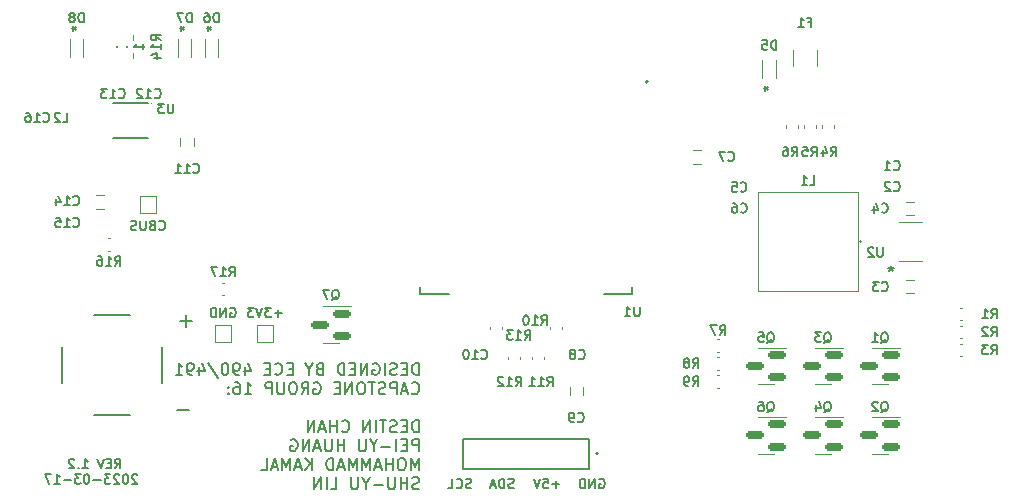
<source format=gbo>
G04 #@! TF.GenerationSoftware,KiCad,Pcbnew,(6.0.7)*
G04 #@! TF.CreationDate,2023-03-18T00:07:20-06:00*
G04 #@! TF.ProjectId,Base Station,42617365-2053-4746-9174-696f6e2e6b69,1.2*
G04 #@! TF.SameCoordinates,Original*
G04 #@! TF.FileFunction,Legend,Bot*
G04 #@! TF.FilePolarity,Positive*
%FSLAX46Y46*%
G04 Gerber Fmt 4.6, Leading zero omitted, Abs format (unit mm)*
G04 Created by KiCad (PCBNEW (6.0.7)) date 2023-03-18 00:07:20*
%MOMM*%
%LPD*%
G01*
G04 APERTURE LIST*
G04 Aperture macros list*
%AMRoundRect*
0 Rectangle with rounded corners*
0 $1 Rounding radius*
0 $2 $3 $4 $5 $6 $7 $8 $9 X,Y pos of 4 corners*
0 Add a 4 corners polygon primitive as box body*
4,1,4,$2,$3,$4,$5,$6,$7,$8,$9,$2,$3,0*
0 Add four circle primitives for the rounded corners*
1,1,$1+$1,$2,$3*
1,1,$1+$1,$4,$5*
1,1,$1+$1,$6,$7*
1,1,$1+$1,$8,$9*
0 Add four rect primitives between the rounded corners*
20,1,$1+$1,$2,$3,$4,$5,0*
20,1,$1+$1,$4,$5,$6,$7,0*
20,1,$1+$1,$6,$7,$8,$9,0*
20,1,$1+$1,$8,$9,$2,$3,0*%
G04 Aperture macros list end*
%ADD10C,0.150000*%
%ADD11C,0.127000*%
%ADD12C,0.120000*%
%ADD13C,0.100000*%
%ADD14C,0.200000*%
%ADD15C,0.010000*%
%ADD16R,0.900000X0.650000*%
%ADD17R,1.020000X1.000000*%
%ADD18R,1.000000X1.020000*%
%ADD19C,7.000000*%
%ADD20O,5.000000X2.500000*%
%ADD21O,4.500000X2.250000*%
%ADD22O,0.775000X1.550000*%
%ADD23O,1.300000X0.650000*%
%ADD24R,1.605000X1.605000*%
%ADD25R,1.700000X1.700000*%
%ADD26O,1.700000X1.700000*%
%ADD27R,1.950000X1.950000*%
%ADD28C,1.950000*%
%ADD29R,0.755599X0.799998*%
%ADD30R,0.799998X0.755599*%
%ADD31R,0.558800X0.889000*%
%ADD32R,0.355600X0.508000*%
%ADD33R,1.000000X1.000000*%
%ADD34RoundRect,0.150000X0.587500X0.150000X-0.587500X0.150000X-0.587500X-0.150000X0.587500X-0.150000X0*%
%ADD35R,0.890000X0.930000*%
%ADD36O,0.850000X0.250000*%
%ADD37R,1.650000X2.550000*%
%ADD38R,0.889000X0.558800*%
%ADD39R,1.470000X1.285000*%
%ADD40R,0.970000X0.900000*%
%ADD41R,1.905000X0.990600*%
%ADD42R,1.790700X7.493000*%
%ADD43R,1.003300X0.558800*%
%ADD44R,1.500000X0.900000*%
%ADD45R,0.900000X1.500000*%
%ADD46R,0.900000X0.900000*%
%ADD47R,0.960000X0.970000*%
G04 APERTURE END LIST*
D10*
X123126380Y-102393714D02*
X123164476Y-102431809D01*
X123278761Y-102469904D01*
X123354952Y-102469904D01*
X123469238Y-102431809D01*
X123545428Y-102355619D01*
X123583523Y-102279428D01*
X123621619Y-102127047D01*
X123621619Y-102012761D01*
X123583523Y-101860380D01*
X123545428Y-101784190D01*
X123469238Y-101708000D01*
X123354952Y-101669904D01*
X123278761Y-101669904D01*
X123164476Y-101708000D01*
X123126380Y-101746095D01*
X122516857Y-102050857D02*
X122402571Y-102088952D01*
X122364476Y-102127047D01*
X122326380Y-102203238D01*
X122326380Y-102317523D01*
X122364476Y-102393714D01*
X122402571Y-102431809D01*
X122478761Y-102469904D01*
X122783523Y-102469904D01*
X122783523Y-101669904D01*
X122516857Y-101669904D01*
X122440666Y-101708000D01*
X122402571Y-101746095D01*
X122364476Y-101822285D01*
X122364476Y-101898476D01*
X122402571Y-101974666D01*
X122440666Y-102012761D01*
X122516857Y-102050857D01*
X122783523Y-102050857D01*
X121983523Y-101669904D02*
X121983523Y-102317523D01*
X121945428Y-102393714D01*
X121907333Y-102431809D01*
X121831142Y-102469904D01*
X121678761Y-102469904D01*
X121602571Y-102431809D01*
X121564476Y-102393714D01*
X121526380Y-102317523D01*
X121526380Y-101669904D01*
X121183523Y-102431809D02*
X121069238Y-102469904D01*
X120878761Y-102469904D01*
X120802571Y-102431809D01*
X120764476Y-102393714D01*
X120726380Y-102317523D01*
X120726380Y-102241333D01*
X120764476Y-102165142D01*
X120802571Y-102127047D01*
X120878761Y-102088952D01*
X121031142Y-102050857D01*
X121107333Y-102012761D01*
X121145428Y-101974666D01*
X121183523Y-101898476D01*
X121183523Y-101822285D01*
X121145428Y-101746095D01*
X121107333Y-101708000D01*
X121031142Y-101669904D01*
X120840666Y-101669904D01*
X120726380Y-101708000D01*
X119367047Y-122653904D02*
X119633714Y-122272952D01*
X119824190Y-122653904D02*
X119824190Y-121853904D01*
X119519428Y-121853904D01*
X119443238Y-121892000D01*
X119405142Y-121930095D01*
X119367047Y-122006285D01*
X119367047Y-122120571D01*
X119405142Y-122196761D01*
X119443238Y-122234857D01*
X119519428Y-122272952D01*
X119824190Y-122272952D01*
X119024190Y-122234857D02*
X118757523Y-122234857D01*
X118643238Y-122653904D02*
X119024190Y-122653904D01*
X119024190Y-121853904D01*
X118643238Y-121853904D01*
X118414666Y-121853904D02*
X118148000Y-122653904D01*
X117881333Y-121853904D01*
X116586095Y-122653904D02*
X117043238Y-122653904D01*
X116814666Y-122653904D02*
X116814666Y-121853904D01*
X116890857Y-121968190D01*
X116967047Y-122044380D01*
X117043238Y-122082476D01*
X116243238Y-122577714D02*
X116205142Y-122615809D01*
X116243238Y-122653904D01*
X116281333Y-122615809D01*
X116243238Y-122577714D01*
X116243238Y-122653904D01*
X115900380Y-121930095D02*
X115862285Y-121892000D01*
X115786095Y-121853904D01*
X115595619Y-121853904D01*
X115519428Y-121892000D01*
X115481333Y-121930095D01*
X115443238Y-122006285D01*
X115443238Y-122082476D01*
X115481333Y-122196761D01*
X115938476Y-122653904D01*
X115443238Y-122653904D01*
X121233714Y-123218095D02*
X121195619Y-123180000D01*
X121119428Y-123141904D01*
X120928952Y-123141904D01*
X120852761Y-123180000D01*
X120814666Y-123218095D01*
X120776571Y-123294285D01*
X120776571Y-123370476D01*
X120814666Y-123484761D01*
X121271809Y-123941904D01*
X120776571Y-123941904D01*
X120281333Y-123141904D02*
X120205142Y-123141904D01*
X120128952Y-123180000D01*
X120090857Y-123218095D01*
X120052761Y-123294285D01*
X120014666Y-123446666D01*
X120014666Y-123637142D01*
X120052761Y-123789523D01*
X120090857Y-123865714D01*
X120128952Y-123903809D01*
X120205142Y-123941904D01*
X120281333Y-123941904D01*
X120357523Y-123903809D01*
X120395619Y-123865714D01*
X120433714Y-123789523D01*
X120471809Y-123637142D01*
X120471809Y-123446666D01*
X120433714Y-123294285D01*
X120395619Y-123218095D01*
X120357523Y-123180000D01*
X120281333Y-123141904D01*
X119709904Y-123218095D02*
X119671809Y-123180000D01*
X119595619Y-123141904D01*
X119405142Y-123141904D01*
X119328952Y-123180000D01*
X119290857Y-123218095D01*
X119252761Y-123294285D01*
X119252761Y-123370476D01*
X119290857Y-123484761D01*
X119748000Y-123941904D01*
X119252761Y-123941904D01*
X118986095Y-123141904D02*
X118490857Y-123141904D01*
X118757523Y-123446666D01*
X118643238Y-123446666D01*
X118567047Y-123484761D01*
X118528952Y-123522857D01*
X118490857Y-123599047D01*
X118490857Y-123789523D01*
X118528952Y-123865714D01*
X118567047Y-123903809D01*
X118643238Y-123941904D01*
X118871809Y-123941904D01*
X118948000Y-123903809D01*
X118986095Y-123865714D01*
X118148000Y-123637142D02*
X117538476Y-123637142D01*
X117005142Y-123141904D02*
X116928952Y-123141904D01*
X116852761Y-123180000D01*
X116814666Y-123218095D01*
X116776571Y-123294285D01*
X116738476Y-123446666D01*
X116738476Y-123637142D01*
X116776571Y-123789523D01*
X116814666Y-123865714D01*
X116852761Y-123903809D01*
X116928952Y-123941904D01*
X117005142Y-123941904D01*
X117081333Y-123903809D01*
X117119428Y-123865714D01*
X117157523Y-123789523D01*
X117195619Y-123637142D01*
X117195619Y-123446666D01*
X117157523Y-123294285D01*
X117119428Y-123218095D01*
X117081333Y-123180000D01*
X117005142Y-123141904D01*
X116471809Y-123141904D02*
X115976571Y-123141904D01*
X116243238Y-123446666D01*
X116128952Y-123446666D01*
X116052761Y-123484761D01*
X116014666Y-123522857D01*
X115976571Y-123599047D01*
X115976571Y-123789523D01*
X116014666Y-123865714D01*
X116052761Y-123903809D01*
X116128952Y-123941904D01*
X116357523Y-123941904D01*
X116433714Y-123903809D01*
X116471809Y-123865714D01*
X115633714Y-123637142D02*
X115024190Y-123637142D01*
X114224190Y-123941904D02*
X114681333Y-123941904D01*
X114452761Y-123941904D02*
X114452761Y-123141904D01*
X114528952Y-123256190D01*
X114605142Y-123332380D01*
X114681333Y-123370476D01*
X113957523Y-123141904D02*
X113424190Y-123141904D01*
X113767047Y-123941904D01*
X129133523Y-109074000D02*
X129209714Y-109035904D01*
X129324000Y-109035904D01*
X129438285Y-109074000D01*
X129514476Y-109150190D01*
X129552571Y-109226380D01*
X129590666Y-109378761D01*
X129590666Y-109493047D01*
X129552571Y-109645428D01*
X129514476Y-109721619D01*
X129438285Y-109797809D01*
X129324000Y-109835904D01*
X129247809Y-109835904D01*
X129133523Y-109797809D01*
X129095428Y-109759714D01*
X129095428Y-109493047D01*
X129247809Y-109493047D01*
X128752571Y-109835904D02*
X128752571Y-109035904D01*
X128295428Y-109835904D01*
X128295428Y-109035904D01*
X127914476Y-109835904D02*
X127914476Y-109035904D01*
X127724000Y-109035904D01*
X127609714Y-109074000D01*
X127533523Y-109150190D01*
X127495428Y-109226380D01*
X127457333Y-109378761D01*
X127457333Y-109493047D01*
X127495428Y-109645428D01*
X127533523Y-109721619D01*
X127609714Y-109797809D01*
X127724000Y-109835904D01*
X127914476Y-109835904D01*
X145066404Y-114748380D02*
X145066404Y-113748380D01*
X144828309Y-113748380D01*
X144685452Y-113796000D01*
X144590214Y-113891238D01*
X144542595Y-113986476D01*
X144494976Y-114176952D01*
X144494976Y-114319809D01*
X144542595Y-114510285D01*
X144590214Y-114605523D01*
X144685452Y-114700761D01*
X144828309Y-114748380D01*
X145066404Y-114748380D01*
X144066404Y-114224571D02*
X143733071Y-114224571D01*
X143590214Y-114748380D02*
X144066404Y-114748380D01*
X144066404Y-113748380D01*
X143590214Y-113748380D01*
X143209261Y-114700761D02*
X143066404Y-114748380D01*
X142828309Y-114748380D01*
X142733071Y-114700761D01*
X142685452Y-114653142D01*
X142637833Y-114557904D01*
X142637833Y-114462666D01*
X142685452Y-114367428D01*
X142733071Y-114319809D01*
X142828309Y-114272190D01*
X143018785Y-114224571D01*
X143114023Y-114176952D01*
X143161642Y-114129333D01*
X143209261Y-114034095D01*
X143209261Y-113938857D01*
X143161642Y-113843619D01*
X143114023Y-113796000D01*
X143018785Y-113748380D01*
X142780690Y-113748380D01*
X142637833Y-113796000D01*
X142209261Y-114748380D02*
X142209261Y-113748380D01*
X141209261Y-113796000D02*
X141304500Y-113748380D01*
X141447357Y-113748380D01*
X141590214Y-113796000D01*
X141685452Y-113891238D01*
X141733071Y-113986476D01*
X141780690Y-114176952D01*
X141780690Y-114319809D01*
X141733071Y-114510285D01*
X141685452Y-114605523D01*
X141590214Y-114700761D01*
X141447357Y-114748380D01*
X141352119Y-114748380D01*
X141209261Y-114700761D01*
X141161642Y-114653142D01*
X141161642Y-114319809D01*
X141352119Y-114319809D01*
X140733071Y-114748380D02*
X140733071Y-113748380D01*
X140161642Y-114748380D01*
X140161642Y-113748380D01*
X139685452Y-114224571D02*
X139352119Y-114224571D01*
X139209261Y-114748380D02*
X139685452Y-114748380D01*
X139685452Y-113748380D01*
X139209261Y-113748380D01*
X138780690Y-114748380D02*
X138780690Y-113748380D01*
X138542595Y-113748380D01*
X138399738Y-113796000D01*
X138304500Y-113891238D01*
X138256880Y-113986476D01*
X138209261Y-114176952D01*
X138209261Y-114319809D01*
X138256880Y-114510285D01*
X138304500Y-114605523D01*
X138399738Y-114700761D01*
X138542595Y-114748380D01*
X138780690Y-114748380D01*
X136685452Y-114224571D02*
X136542595Y-114272190D01*
X136494976Y-114319809D01*
X136447357Y-114415047D01*
X136447357Y-114557904D01*
X136494976Y-114653142D01*
X136542595Y-114700761D01*
X136637833Y-114748380D01*
X137018785Y-114748380D01*
X137018785Y-113748380D01*
X136685452Y-113748380D01*
X136590214Y-113796000D01*
X136542595Y-113843619D01*
X136494976Y-113938857D01*
X136494976Y-114034095D01*
X136542595Y-114129333D01*
X136590214Y-114176952D01*
X136685452Y-114224571D01*
X137018785Y-114224571D01*
X135828309Y-114272190D02*
X135828309Y-114748380D01*
X136161642Y-113748380D02*
X135828309Y-114272190D01*
X135494976Y-113748380D01*
X134399738Y-114224571D02*
X134066404Y-114224571D01*
X133923547Y-114748380D02*
X134399738Y-114748380D01*
X134399738Y-113748380D01*
X133923547Y-113748380D01*
X132923547Y-114653142D02*
X132971166Y-114700761D01*
X133114023Y-114748380D01*
X133209261Y-114748380D01*
X133352119Y-114700761D01*
X133447357Y-114605523D01*
X133494976Y-114510285D01*
X133542595Y-114319809D01*
X133542595Y-114176952D01*
X133494976Y-113986476D01*
X133447357Y-113891238D01*
X133352119Y-113796000D01*
X133209261Y-113748380D01*
X133114023Y-113748380D01*
X132971166Y-113796000D01*
X132923547Y-113843619D01*
X132494976Y-114224571D02*
X132161642Y-114224571D01*
X132018785Y-114748380D02*
X132494976Y-114748380D01*
X132494976Y-113748380D01*
X132018785Y-113748380D01*
X130399738Y-114081714D02*
X130399738Y-114748380D01*
X130637833Y-113700761D02*
X130875928Y-114415047D01*
X130256880Y-114415047D01*
X129828309Y-114748380D02*
X129637833Y-114748380D01*
X129542595Y-114700761D01*
X129494976Y-114653142D01*
X129399738Y-114510285D01*
X129352119Y-114319809D01*
X129352119Y-113938857D01*
X129399738Y-113843619D01*
X129447357Y-113796000D01*
X129542595Y-113748380D01*
X129733071Y-113748380D01*
X129828309Y-113796000D01*
X129875928Y-113843619D01*
X129923547Y-113938857D01*
X129923547Y-114176952D01*
X129875928Y-114272190D01*
X129828309Y-114319809D01*
X129733071Y-114367428D01*
X129542595Y-114367428D01*
X129447357Y-114319809D01*
X129399738Y-114272190D01*
X129352119Y-114176952D01*
X128733071Y-113748380D02*
X128637833Y-113748380D01*
X128542595Y-113796000D01*
X128494976Y-113843619D01*
X128447357Y-113938857D01*
X128399738Y-114129333D01*
X128399738Y-114367428D01*
X128447357Y-114557904D01*
X128494976Y-114653142D01*
X128542595Y-114700761D01*
X128637833Y-114748380D01*
X128733071Y-114748380D01*
X128828309Y-114700761D01*
X128875928Y-114653142D01*
X128923547Y-114557904D01*
X128971166Y-114367428D01*
X128971166Y-114129333D01*
X128923547Y-113938857D01*
X128875928Y-113843619D01*
X128828309Y-113796000D01*
X128733071Y-113748380D01*
X127256880Y-113700761D02*
X128114023Y-114986476D01*
X126494976Y-114081714D02*
X126494976Y-114748380D01*
X126733071Y-113700761D02*
X126971166Y-114415047D01*
X126352119Y-114415047D01*
X125923547Y-114748380D02*
X125733071Y-114748380D01*
X125637833Y-114700761D01*
X125590214Y-114653142D01*
X125494976Y-114510285D01*
X125447357Y-114319809D01*
X125447357Y-113938857D01*
X125494976Y-113843619D01*
X125542595Y-113796000D01*
X125637833Y-113748380D01*
X125828309Y-113748380D01*
X125923547Y-113796000D01*
X125971166Y-113843619D01*
X126018785Y-113938857D01*
X126018785Y-114176952D01*
X125971166Y-114272190D01*
X125923547Y-114319809D01*
X125828309Y-114367428D01*
X125637833Y-114367428D01*
X125542595Y-114319809D01*
X125494976Y-114272190D01*
X125447357Y-114176952D01*
X124494976Y-114748380D02*
X125066404Y-114748380D01*
X124780690Y-114748380D02*
X124780690Y-113748380D01*
X124875928Y-113891238D01*
X124971166Y-113986476D01*
X125066404Y-114034095D01*
X144494976Y-116263142D02*
X144542595Y-116310761D01*
X144685452Y-116358380D01*
X144780690Y-116358380D01*
X144923547Y-116310761D01*
X145018785Y-116215523D01*
X145066404Y-116120285D01*
X145114023Y-115929809D01*
X145114023Y-115786952D01*
X145066404Y-115596476D01*
X145018785Y-115501238D01*
X144923547Y-115406000D01*
X144780690Y-115358380D01*
X144685452Y-115358380D01*
X144542595Y-115406000D01*
X144494976Y-115453619D01*
X144114023Y-116072666D02*
X143637833Y-116072666D01*
X144209261Y-116358380D02*
X143875928Y-115358380D01*
X143542595Y-116358380D01*
X143209261Y-116358380D02*
X143209261Y-115358380D01*
X142828309Y-115358380D01*
X142733071Y-115406000D01*
X142685452Y-115453619D01*
X142637833Y-115548857D01*
X142637833Y-115691714D01*
X142685452Y-115786952D01*
X142733071Y-115834571D01*
X142828309Y-115882190D01*
X143209261Y-115882190D01*
X142256880Y-116310761D02*
X142114023Y-116358380D01*
X141875928Y-116358380D01*
X141780690Y-116310761D01*
X141733071Y-116263142D01*
X141685452Y-116167904D01*
X141685452Y-116072666D01*
X141733071Y-115977428D01*
X141780690Y-115929809D01*
X141875928Y-115882190D01*
X142066404Y-115834571D01*
X142161642Y-115786952D01*
X142209261Y-115739333D01*
X142256880Y-115644095D01*
X142256880Y-115548857D01*
X142209261Y-115453619D01*
X142161642Y-115406000D01*
X142066404Y-115358380D01*
X141828309Y-115358380D01*
X141685452Y-115406000D01*
X141399738Y-115358380D02*
X140828309Y-115358380D01*
X141114023Y-116358380D02*
X141114023Y-115358380D01*
X140304500Y-115358380D02*
X140114023Y-115358380D01*
X140018785Y-115406000D01*
X139923547Y-115501238D01*
X139875928Y-115691714D01*
X139875928Y-116025047D01*
X139923547Y-116215523D01*
X140018785Y-116310761D01*
X140114023Y-116358380D01*
X140304500Y-116358380D01*
X140399738Y-116310761D01*
X140494976Y-116215523D01*
X140542595Y-116025047D01*
X140542595Y-115691714D01*
X140494976Y-115501238D01*
X140399738Y-115406000D01*
X140304500Y-115358380D01*
X139447357Y-116358380D02*
X139447357Y-115358380D01*
X138875928Y-116358380D01*
X138875928Y-115358380D01*
X138399738Y-115834571D02*
X138066404Y-115834571D01*
X137923547Y-116358380D02*
X138399738Y-116358380D01*
X138399738Y-115358380D01*
X137923547Y-115358380D01*
X136209261Y-115406000D02*
X136304500Y-115358380D01*
X136447357Y-115358380D01*
X136590214Y-115406000D01*
X136685452Y-115501238D01*
X136733071Y-115596476D01*
X136780690Y-115786952D01*
X136780690Y-115929809D01*
X136733071Y-116120285D01*
X136685452Y-116215523D01*
X136590214Y-116310761D01*
X136447357Y-116358380D01*
X136352119Y-116358380D01*
X136209261Y-116310761D01*
X136161642Y-116263142D01*
X136161642Y-115929809D01*
X136352119Y-115929809D01*
X135161642Y-116358380D02*
X135494976Y-115882190D01*
X135733071Y-116358380D02*
X135733071Y-115358380D01*
X135352119Y-115358380D01*
X135256880Y-115406000D01*
X135209261Y-115453619D01*
X135161642Y-115548857D01*
X135161642Y-115691714D01*
X135209261Y-115786952D01*
X135256880Y-115834571D01*
X135352119Y-115882190D01*
X135733071Y-115882190D01*
X134542595Y-115358380D02*
X134352119Y-115358380D01*
X134256880Y-115406000D01*
X134161642Y-115501238D01*
X134114023Y-115691714D01*
X134114023Y-116025047D01*
X134161642Y-116215523D01*
X134256880Y-116310761D01*
X134352119Y-116358380D01*
X134542595Y-116358380D01*
X134637833Y-116310761D01*
X134733071Y-116215523D01*
X134780690Y-116025047D01*
X134780690Y-115691714D01*
X134733071Y-115501238D01*
X134637833Y-115406000D01*
X134542595Y-115358380D01*
X133685452Y-115358380D02*
X133685452Y-116167904D01*
X133637833Y-116263142D01*
X133590214Y-116310761D01*
X133494976Y-116358380D01*
X133304500Y-116358380D01*
X133209261Y-116310761D01*
X133161642Y-116263142D01*
X133114023Y-116167904D01*
X133114023Y-115358380D01*
X132637833Y-116358380D02*
X132637833Y-115358380D01*
X132256880Y-115358380D01*
X132161642Y-115406000D01*
X132114023Y-115453619D01*
X132066404Y-115548857D01*
X132066404Y-115691714D01*
X132114023Y-115786952D01*
X132161642Y-115834571D01*
X132256880Y-115882190D01*
X132637833Y-115882190D01*
X130352119Y-116358380D02*
X130923547Y-116358380D01*
X130637833Y-116358380D02*
X130637833Y-115358380D01*
X130733071Y-115501238D01*
X130828309Y-115596476D01*
X130923547Y-115644095D01*
X129494976Y-115358380D02*
X129685452Y-115358380D01*
X129780690Y-115406000D01*
X129828309Y-115453619D01*
X129923547Y-115596476D01*
X129971166Y-115786952D01*
X129971166Y-116167904D01*
X129923547Y-116263142D01*
X129875928Y-116310761D01*
X129780690Y-116358380D01*
X129590214Y-116358380D01*
X129494976Y-116310761D01*
X129447357Y-116263142D01*
X129399738Y-116167904D01*
X129399738Y-115929809D01*
X129447357Y-115834571D01*
X129494976Y-115786952D01*
X129590214Y-115739333D01*
X129780690Y-115739333D01*
X129875928Y-115786952D01*
X129923547Y-115834571D01*
X129971166Y-115929809D01*
X128971166Y-116263142D02*
X128923547Y-116310761D01*
X128971166Y-116358380D01*
X129018785Y-116310761D01*
X128971166Y-116263142D01*
X128971166Y-116358380D01*
X128971166Y-115739333D02*
X128923547Y-115786952D01*
X128971166Y-115834571D01*
X129018785Y-115786952D01*
X128971166Y-115739333D01*
X128971166Y-115834571D01*
X145066404Y-119578380D02*
X145066404Y-118578380D01*
X144828309Y-118578380D01*
X144685452Y-118626000D01*
X144590214Y-118721238D01*
X144542595Y-118816476D01*
X144494976Y-119006952D01*
X144494976Y-119149809D01*
X144542595Y-119340285D01*
X144590214Y-119435523D01*
X144685452Y-119530761D01*
X144828309Y-119578380D01*
X145066404Y-119578380D01*
X144066404Y-119054571D02*
X143733071Y-119054571D01*
X143590214Y-119578380D02*
X144066404Y-119578380D01*
X144066404Y-118578380D01*
X143590214Y-118578380D01*
X143209261Y-119530761D02*
X143066404Y-119578380D01*
X142828309Y-119578380D01*
X142733071Y-119530761D01*
X142685452Y-119483142D01*
X142637833Y-119387904D01*
X142637833Y-119292666D01*
X142685452Y-119197428D01*
X142733071Y-119149809D01*
X142828309Y-119102190D01*
X143018785Y-119054571D01*
X143114023Y-119006952D01*
X143161642Y-118959333D01*
X143209261Y-118864095D01*
X143209261Y-118768857D01*
X143161642Y-118673619D01*
X143114023Y-118626000D01*
X143018785Y-118578380D01*
X142780690Y-118578380D01*
X142637833Y-118626000D01*
X142352119Y-118578380D02*
X141780690Y-118578380D01*
X142066404Y-119578380D02*
X142066404Y-118578380D01*
X141447357Y-119578380D02*
X141447357Y-118578380D01*
X140971166Y-119578380D02*
X140971166Y-118578380D01*
X140399738Y-119578380D01*
X140399738Y-118578380D01*
X138590214Y-119483142D02*
X138637833Y-119530761D01*
X138780690Y-119578380D01*
X138875928Y-119578380D01*
X139018785Y-119530761D01*
X139114023Y-119435523D01*
X139161642Y-119340285D01*
X139209261Y-119149809D01*
X139209261Y-119006952D01*
X139161642Y-118816476D01*
X139114023Y-118721238D01*
X139018785Y-118626000D01*
X138875928Y-118578380D01*
X138780690Y-118578380D01*
X138637833Y-118626000D01*
X138590214Y-118673619D01*
X138161642Y-119578380D02*
X138161642Y-118578380D01*
X138161642Y-119054571D02*
X137590214Y-119054571D01*
X137590214Y-119578380D02*
X137590214Y-118578380D01*
X137161642Y-119292666D02*
X136685452Y-119292666D01*
X137256880Y-119578380D02*
X136923547Y-118578380D01*
X136590214Y-119578380D01*
X136256880Y-119578380D02*
X136256880Y-118578380D01*
X135685452Y-119578380D01*
X135685452Y-118578380D01*
X145066404Y-121188380D02*
X145066404Y-120188380D01*
X144685452Y-120188380D01*
X144590214Y-120236000D01*
X144542595Y-120283619D01*
X144494976Y-120378857D01*
X144494976Y-120521714D01*
X144542595Y-120616952D01*
X144590214Y-120664571D01*
X144685452Y-120712190D01*
X145066404Y-120712190D01*
X144066404Y-120664571D02*
X143733071Y-120664571D01*
X143590214Y-121188380D02*
X144066404Y-121188380D01*
X144066404Y-120188380D01*
X143590214Y-120188380D01*
X143161642Y-121188380D02*
X143161642Y-120188380D01*
X142685452Y-120807428D02*
X141923547Y-120807428D01*
X141256880Y-120712190D02*
X141256880Y-121188380D01*
X141590214Y-120188380D02*
X141256880Y-120712190D01*
X140923547Y-120188380D01*
X140590214Y-120188380D02*
X140590214Y-120997904D01*
X140542595Y-121093142D01*
X140494976Y-121140761D01*
X140399738Y-121188380D01*
X140209261Y-121188380D01*
X140114023Y-121140761D01*
X140066404Y-121093142D01*
X140018785Y-120997904D01*
X140018785Y-120188380D01*
X138780690Y-121188380D02*
X138780690Y-120188380D01*
X138780690Y-120664571D02*
X138209261Y-120664571D01*
X138209261Y-121188380D02*
X138209261Y-120188380D01*
X137733071Y-120188380D02*
X137733071Y-120997904D01*
X137685452Y-121093142D01*
X137637833Y-121140761D01*
X137542595Y-121188380D01*
X137352119Y-121188380D01*
X137256880Y-121140761D01*
X137209261Y-121093142D01*
X137161642Y-120997904D01*
X137161642Y-120188380D01*
X136733071Y-120902666D02*
X136256880Y-120902666D01*
X136828309Y-121188380D02*
X136494976Y-120188380D01*
X136161642Y-121188380D01*
X135828309Y-121188380D02*
X135828309Y-120188380D01*
X135256880Y-121188380D01*
X135256880Y-120188380D01*
X134256880Y-120236000D02*
X134352119Y-120188380D01*
X134494976Y-120188380D01*
X134637833Y-120236000D01*
X134733071Y-120331238D01*
X134780690Y-120426476D01*
X134828309Y-120616952D01*
X134828309Y-120759809D01*
X134780690Y-120950285D01*
X134733071Y-121045523D01*
X134637833Y-121140761D01*
X134494976Y-121188380D01*
X134399738Y-121188380D01*
X134256880Y-121140761D01*
X134209261Y-121093142D01*
X134209261Y-120759809D01*
X134399738Y-120759809D01*
X145066404Y-122798380D02*
X145066404Y-121798380D01*
X144733071Y-122512666D01*
X144399738Y-121798380D01*
X144399738Y-122798380D01*
X143733071Y-121798380D02*
X143542595Y-121798380D01*
X143447357Y-121846000D01*
X143352119Y-121941238D01*
X143304500Y-122131714D01*
X143304500Y-122465047D01*
X143352119Y-122655523D01*
X143447357Y-122750761D01*
X143542595Y-122798380D01*
X143733071Y-122798380D01*
X143828309Y-122750761D01*
X143923547Y-122655523D01*
X143971166Y-122465047D01*
X143971166Y-122131714D01*
X143923547Y-121941238D01*
X143828309Y-121846000D01*
X143733071Y-121798380D01*
X142875928Y-122798380D02*
X142875928Y-121798380D01*
X142875928Y-122274571D02*
X142304500Y-122274571D01*
X142304500Y-122798380D02*
X142304500Y-121798380D01*
X141875928Y-122512666D02*
X141399738Y-122512666D01*
X141971166Y-122798380D02*
X141637833Y-121798380D01*
X141304500Y-122798380D01*
X140971166Y-122798380D02*
X140971166Y-121798380D01*
X140637833Y-122512666D01*
X140304500Y-121798380D01*
X140304500Y-122798380D01*
X139828309Y-122798380D02*
X139828309Y-121798380D01*
X139494976Y-122512666D01*
X139161642Y-121798380D01*
X139161642Y-122798380D01*
X138733071Y-122512666D02*
X138256880Y-122512666D01*
X138828309Y-122798380D02*
X138494976Y-121798380D01*
X138161642Y-122798380D01*
X137828309Y-122798380D02*
X137828309Y-121798380D01*
X137590214Y-121798380D01*
X137447357Y-121846000D01*
X137352119Y-121941238D01*
X137304500Y-122036476D01*
X137256880Y-122226952D01*
X137256880Y-122369809D01*
X137304500Y-122560285D01*
X137352119Y-122655523D01*
X137447357Y-122750761D01*
X137590214Y-122798380D01*
X137828309Y-122798380D01*
X136066404Y-122798380D02*
X136066404Y-121798380D01*
X135494976Y-122798380D02*
X135923547Y-122226952D01*
X135494976Y-121798380D02*
X136066404Y-122369809D01*
X135114023Y-122512666D02*
X134637833Y-122512666D01*
X135209261Y-122798380D02*
X134875928Y-121798380D01*
X134542595Y-122798380D01*
X134209261Y-122798380D02*
X134209261Y-121798380D01*
X133875928Y-122512666D01*
X133542595Y-121798380D01*
X133542595Y-122798380D01*
X133114023Y-122512666D02*
X132637833Y-122512666D01*
X133209261Y-122798380D02*
X132875928Y-121798380D01*
X132542595Y-122798380D01*
X131733071Y-122798380D02*
X132209261Y-122798380D01*
X132209261Y-121798380D01*
X145114023Y-124360761D02*
X144971166Y-124408380D01*
X144733071Y-124408380D01*
X144637833Y-124360761D01*
X144590214Y-124313142D01*
X144542595Y-124217904D01*
X144542595Y-124122666D01*
X144590214Y-124027428D01*
X144637833Y-123979809D01*
X144733071Y-123932190D01*
X144923547Y-123884571D01*
X145018785Y-123836952D01*
X145066404Y-123789333D01*
X145114023Y-123694095D01*
X145114023Y-123598857D01*
X145066404Y-123503619D01*
X145018785Y-123456000D01*
X144923547Y-123408380D01*
X144685452Y-123408380D01*
X144542595Y-123456000D01*
X144114023Y-124408380D02*
X144114023Y-123408380D01*
X144114023Y-123884571D02*
X143542595Y-123884571D01*
X143542595Y-124408380D02*
X143542595Y-123408380D01*
X143066404Y-123408380D02*
X143066404Y-124217904D01*
X143018785Y-124313142D01*
X142971166Y-124360761D01*
X142875928Y-124408380D01*
X142685452Y-124408380D01*
X142590214Y-124360761D01*
X142542595Y-124313142D01*
X142494976Y-124217904D01*
X142494976Y-123408380D01*
X142018785Y-124027428D02*
X141256880Y-124027428D01*
X140590214Y-123932190D02*
X140590214Y-124408380D01*
X140923547Y-123408380D02*
X140590214Y-123932190D01*
X140256880Y-123408380D01*
X139923547Y-123408380D02*
X139923547Y-124217904D01*
X139875928Y-124313142D01*
X139828309Y-124360761D01*
X139733071Y-124408380D01*
X139542595Y-124408380D01*
X139447357Y-124360761D01*
X139399738Y-124313142D01*
X139352119Y-124217904D01*
X139352119Y-123408380D01*
X137637833Y-124408380D02*
X138114023Y-124408380D01*
X138114023Y-123408380D01*
X137304500Y-124408380D02*
X137304500Y-123408380D01*
X136828309Y-124408380D02*
X136828309Y-123408380D01*
X136256880Y-124408380D01*
X136256880Y-123408380D01*
X149542380Y-124275809D02*
X149428095Y-124313904D01*
X149237619Y-124313904D01*
X149161428Y-124275809D01*
X149123333Y-124237714D01*
X149085238Y-124161523D01*
X149085238Y-124085333D01*
X149123333Y-124009142D01*
X149161428Y-123971047D01*
X149237619Y-123932952D01*
X149390000Y-123894857D01*
X149466190Y-123856761D01*
X149504285Y-123818666D01*
X149542380Y-123742476D01*
X149542380Y-123666285D01*
X149504285Y-123590095D01*
X149466190Y-123552000D01*
X149390000Y-123513904D01*
X149199523Y-123513904D01*
X149085238Y-123552000D01*
X148285238Y-124237714D02*
X148323333Y-124275809D01*
X148437619Y-124313904D01*
X148513809Y-124313904D01*
X148628095Y-124275809D01*
X148704285Y-124199619D01*
X148742380Y-124123428D01*
X148780476Y-123971047D01*
X148780476Y-123856761D01*
X148742380Y-123704380D01*
X148704285Y-123628190D01*
X148628095Y-123552000D01*
X148513809Y-123513904D01*
X148437619Y-123513904D01*
X148323333Y-123552000D01*
X148285238Y-123590095D01*
X147561428Y-124313904D02*
X147942380Y-124313904D01*
X147942380Y-123513904D01*
X153117428Y-124275809D02*
X153003142Y-124313904D01*
X152812666Y-124313904D01*
X152736476Y-124275809D01*
X152698380Y-124237714D01*
X152660285Y-124161523D01*
X152660285Y-124085333D01*
X152698380Y-124009142D01*
X152736476Y-123971047D01*
X152812666Y-123932952D01*
X152965047Y-123894857D01*
X153041238Y-123856761D01*
X153079333Y-123818666D01*
X153117428Y-123742476D01*
X153117428Y-123666285D01*
X153079333Y-123590095D01*
X153041238Y-123552000D01*
X152965047Y-123513904D01*
X152774571Y-123513904D01*
X152660285Y-123552000D01*
X152317428Y-124313904D02*
X152317428Y-123513904D01*
X152126952Y-123513904D01*
X152012666Y-123552000D01*
X151936476Y-123628190D01*
X151898380Y-123704380D01*
X151860285Y-123856761D01*
X151860285Y-123971047D01*
X151898380Y-124123428D01*
X151936476Y-124199619D01*
X152012666Y-124275809D01*
X152126952Y-124313904D01*
X152317428Y-124313904D01*
X151555523Y-124085333D02*
X151174571Y-124085333D01*
X151631714Y-124313904D02*
X151365047Y-123513904D01*
X151098380Y-124313904D01*
X156984571Y-124009142D02*
X156375047Y-124009142D01*
X156679809Y-124313904D02*
X156679809Y-123704380D01*
X155613142Y-123513904D02*
X155994095Y-123513904D01*
X156032190Y-123894857D01*
X155994095Y-123856761D01*
X155917904Y-123818666D01*
X155727428Y-123818666D01*
X155651238Y-123856761D01*
X155613142Y-123894857D01*
X155575047Y-123971047D01*
X155575047Y-124161523D01*
X155613142Y-124237714D01*
X155651238Y-124275809D01*
X155727428Y-124313904D01*
X155917904Y-124313904D01*
X155994095Y-124275809D01*
X156032190Y-124237714D01*
X155346476Y-123513904D02*
X155079809Y-124313904D01*
X154813142Y-123513904D01*
X133489523Y-109531142D02*
X132880000Y-109531142D01*
X133184761Y-109835904D02*
X133184761Y-109226380D01*
X132575238Y-109035904D02*
X132080000Y-109035904D01*
X132346666Y-109340666D01*
X132232380Y-109340666D01*
X132156190Y-109378761D01*
X132118095Y-109416857D01*
X132080000Y-109493047D01*
X132080000Y-109683523D01*
X132118095Y-109759714D01*
X132156190Y-109797809D01*
X132232380Y-109835904D01*
X132460952Y-109835904D01*
X132537142Y-109797809D01*
X132575238Y-109759714D01*
X131851428Y-109035904D02*
X131584761Y-109835904D01*
X131318095Y-109035904D01*
X131127619Y-109035904D02*
X130632380Y-109035904D01*
X130899047Y-109340666D01*
X130784761Y-109340666D01*
X130708571Y-109378761D01*
X130670476Y-109416857D01*
X130632380Y-109493047D01*
X130632380Y-109683523D01*
X130670476Y-109759714D01*
X130708571Y-109797809D01*
X130784761Y-109835904D01*
X131013333Y-109835904D01*
X131089523Y-109797809D01*
X131127619Y-109759714D01*
X160375523Y-123552000D02*
X160451714Y-123513904D01*
X160566000Y-123513904D01*
X160680285Y-123552000D01*
X160756476Y-123628190D01*
X160794571Y-123704380D01*
X160832666Y-123856761D01*
X160832666Y-123971047D01*
X160794571Y-124123428D01*
X160756476Y-124199619D01*
X160680285Y-124275809D01*
X160566000Y-124313904D01*
X160489809Y-124313904D01*
X160375523Y-124275809D01*
X160337428Y-124237714D01*
X160337428Y-123971047D01*
X160489809Y-123971047D01*
X159994571Y-124313904D02*
X159994571Y-123513904D01*
X159537428Y-124313904D01*
X159537428Y-123513904D01*
X159156476Y-124313904D02*
X159156476Y-123513904D01*
X158966000Y-123513904D01*
X158851714Y-123552000D01*
X158775523Y-123628190D01*
X158737428Y-123704380D01*
X158699333Y-123856761D01*
X158699333Y-123971047D01*
X158737428Y-124123428D01*
X158775523Y-124199619D01*
X158851714Y-124275809D01*
X158966000Y-124313904D01*
X159156476Y-124313904D01*
X121753304Y-86414714D02*
X121372352Y-86148047D01*
X121753304Y-85957571D02*
X120953304Y-85957571D01*
X120953304Y-86262333D01*
X120991400Y-86338523D01*
X121029495Y-86376619D01*
X121105685Y-86414714D01*
X121219971Y-86414714D01*
X121296161Y-86376619D01*
X121334257Y-86338523D01*
X121372352Y-86262333D01*
X121372352Y-85957571D01*
X121753304Y-87176619D02*
X121753304Y-86719476D01*
X121753304Y-86948047D02*
X120953304Y-86948047D01*
X121067590Y-86871857D01*
X121143780Y-86795666D01*
X121181876Y-86719476D01*
X120953304Y-87900428D02*
X120953304Y-87519476D01*
X121334257Y-87481380D01*
X121296161Y-87519476D01*
X121258066Y-87595666D01*
X121258066Y-87786142D01*
X121296161Y-87862333D01*
X121334257Y-87900428D01*
X121410447Y-87938523D01*
X121600923Y-87938523D01*
X121677114Y-87900428D01*
X121715209Y-87862333D01*
X121753304Y-87786142D01*
X121753304Y-87595666D01*
X121715209Y-87519476D01*
X121677114Y-87481380D01*
X123226504Y-86414714D02*
X122845552Y-86148047D01*
X123226504Y-85957571D02*
X122426504Y-85957571D01*
X122426504Y-86262333D01*
X122464600Y-86338523D01*
X122502695Y-86376619D01*
X122578885Y-86414714D01*
X122693171Y-86414714D01*
X122769361Y-86376619D01*
X122807457Y-86338523D01*
X122845552Y-86262333D01*
X122845552Y-85957571D01*
X123226504Y-87176619D02*
X123226504Y-86719476D01*
X123226504Y-86948047D02*
X122426504Y-86948047D01*
X122540790Y-86871857D01*
X122616980Y-86795666D01*
X122655076Y-86719476D01*
X122693171Y-87862333D02*
X123226504Y-87862333D01*
X122388409Y-87671857D02*
X122959838Y-87481380D01*
X122959838Y-87976619D01*
X150374285Y-113315714D02*
X150412380Y-113353809D01*
X150526666Y-113391904D01*
X150602857Y-113391904D01*
X150717142Y-113353809D01*
X150793333Y-113277619D01*
X150831428Y-113201428D01*
X150869523Y-113049047D01*
X150869523Y-112934761D01*
X150831428Y-112782380D01*
X150793333Y-112706190D01*
X150717142Y-112630000D01*
X150602857Y-112591904D01*
X150526666Y-112591904D01*
X150412380Y-112630000D01*
X150374285Y-112668095D01*
X149612380Y-113391904D02*
X150069523Y-113391904D01*
X149840952Y-113391904D02*
X149840952Y-112591904D01*
X149917142Y-112706190D01*
X149993333Y-112782380D01*
X150069523Y-112820476D01*
X149117142Y-112591904D02*
X149040952Y-112591904D01*
X148964761Y-112630000D01*
X148926666Y-112668095D01*
X148888571Y-112744285D01*
X148850476Y-112896666D01*
X148850476Y-113087142D01*
X148888571Y-113239523D01*
X148926666Y-113315714D01*
X148964761Y-113353809D01*
X149040952Y-113391904D01*
X149117142Y-113391904D01*
X149193333Y-113353809D01*
X149231428Y-113315714D01*
X149269523Y-113239523D01*
X149307619Y-113087142D01*
X149307619Y-112896666D01*
X149269523Y-112744285D01*
X149231428Y-112668095D01*
X149193333Y-112630000D01*
X149117142Y-112591904D01*
X158629333Y-113315714D02*
X158667428Y-113353809D01*
X158781714Y-113391904D01*
X158857904Y-113391904D01*
X158972190Y-113353809D01*
X159048380Y-113277619D01*
X159086476Y-113201428D01*
X159124571Y-113049047D01*
X159124571Y-112934761D01*
X159086476Y-112782380D01*
X159048380Y-112706190D01*
X158972190Y-112630000D01*
X158857904Y-112591904D01*
X158781714Y-112591904D01*
X158667428Y-112630000D01*
X158629333Y-112668095D01*
X158172190Y-112934761D02*
X158248380Y-112896666D01*
X158286476Y-112858571D01*
X158324571Y-112782380D01*
X158324571Y-112744285D01*
X158286476Y-112668095D01*
X158248380Y-112630000D01*
X158172190Y-112591904D01*
X158019809Y-112591904D01*
X157943619Y-112630000D01*
X157905523Y-112668095D01*
X157867428Y-112744285D01*
X157867428Y-112782380D01*
X157905523Y-112858571D01*
X157943619Y-112896666D01*
X158019809Y-112934761D01*
X158172190Y-112934761D01*
X158248380Y-112972857D01*
X158286476Y-113010952D01*
X158324571Y-113087142D01*
X158324571Y-113239523D01*
X158286476Y-113315714D01*
X158248380Y-113353809D01*
X158172190Y-113391904D01*
X158019809Y-113391904D01*
X157943619Y-113353809D01*
X157905523Y-113315714D01*
X157867428Y-113239523D01*
X157867428Y-113087142D01*
X157905523Y-113010952D01*
X157943619Y-112972857D01*
X158019809Y-112934761D01*
X172345333Y-100930714D02*
X172383428Y-100968809D01*
X172497714Y-101006904D01*
X172573904Y-101006904D01*
X172688190Y-100968809D01*
X172764380Y-100892619D01*
X172802476Y-100816428D01*
X172840571Y-100664047D01*
X172840571Y-100549761D01*
X172802476Y-100397380D01*
X172764380Y-100321190D01*
X172688190Y-100245000D01*
X172573904Y-100206904D01*
X172497714Y-100206904D01*
X172383428Y-100245000D01*
X172345333Y-100283095D01*
X171659619Y-100206904D02*
X171812000Y-100206904D01*
X171888190Y-100245000D01*
X171926285Y-100283095D01*
X172002476Y-100397380D01*
X172040571Y-100549761D01*
X172040571Y-100854523D01*
X172002476Y-100930714D01*
X171964380Y-100968809D01*
X171888190Y-101006904D01*
X171735809Y-101006904D01*
X171659619Y-100968809D01*
X171621523Y-100930714D01*
X171583428Y-100854523D01*
X171583428Y-100664047D01*
X171621523Y-100587857D01*
X171659619Y-100549761D01*
X171735809Y-100511666D01*
X171888190Y-100511666D01*
X171964380Y-100549761D01*
X172002476Y-100587857D01*
X172040571Y-100664047D01*
X172333333Y-99150714D02*
X172371428Y-99188809D01*
X172485714Y-99226904D01*
X172561904Y-99226904D01*
X172676190Y-99188809D01*
X172752380Y-99112619D01*
X172790476Y-99036428D01*
X172828571Y-98884047D01*
X172828571Y-98769761D01*
X172790476Y-98617380D01*
X172752380Y-98541190D01*
X172676190Y-98465000D01*
X172561904Y-98426904D01*
X172485714Y-98426904D01*
X172371428Y-98465000D01*
X172333333Y-98503095D01*
X171609523Y-98426904D02*
X171990476Y-98426904D01*
X172028571Y-98807857D01*
X171990476Y-98769761D01*
X171914285Y-98731666D01*
X171723809Y-98731666D01*
X171647619Y-98769761D01*
X171609523Y-98807857D01*
X171571428Y-98884047D01*
X171571428Y-99074523D01*
X171609523Y-99150714D01*
X171647619Y-99188809D01*
X171723809Y-99226904D01*
X171914285Y-99226904D01*
X171990476Y-99188809D01*
X172028571Y-99150714D01*
X185299333Y-99091714D02*
X185337428Y-99129809D01*
X185451714Y-99167904D01*
X185527904Y-99167904D01*
X185642190Y-99129809D01*
X185718380Y-99053619D01*
X185756476Y-98977428D01*
X185794571Y-98825047D01*
X185794571Y-98710761D01*
X185756476Y-98558380D01*
X185718380Y-98482190D01*
X185642190Y-98406000D01*
X185527904Y-98367904D01*
X185451714Y-98367904D01*
X185337428Y-98406000D01*
X185299333Y-98444095D01*
X184994571Y-98444095D02*
X184956476Y-98406000D01*
X184880285Y-98367904D01*
X184689809Y-98367904D01*
X184613619Y-98406000D01*
X184575523Y-98444095D01*
X184537428Y-98520285D01*
X184537428Y-98596476D01*
X184575523Y-98710761D01*
X185032666Y-99167904D01*
X184537428Y-99167904D01*
X185299333Y-97313714D02*
X185337428Y-97351809D01*
X185451714Y-97389904D01*
X185527904Y-97389904D01*
X185642190Y-97351809D01*
X185718380Y-97275619D01*
X185756476Y-97199428D01*
X185794571Y-97047047D01*
X185794571Y-96932761D01*
X185756476Y-96780380D01*
X185718380Y-96704190D01*
X185642190Y-96628000D01*
X185527904Y-96589904D01*
X185451714Y-96589904D01*
X185337428Y-96628000D01*
X185299333Y-96666095D01*
X184537428Y-97389904D02*
X184994571Y-97389904D01*
X184766000Y-97389904D02*
X184766000Y-96589904D01*
X184842190Y-96704190D01*
X184918380Y-96780380D01*
X184994571Y-96818476D01*
X119371285Y-105489904D02*
X119637952Y-105108952D01*
X119828428Y-105489904D02*
X119828428Y-104689904D01*
X119523666Y-104689904D01*
X119447476Y-104728000D01*
X119409380Y-104766095D01*
X119371285Y-104842285D01*
X119371285Y-104956571D01*
X119409380Y-105032761D01*
X119447476Y-105070857D01*
X119523666Y-105108952D01*
X119828428Y-105108952D01*
X118609380Y-105489904D02*
X119066523Y-105489904D01*
X118837952Y-105489904D02*
X118837952Y-104689904D01*
X118914142Y-104804190D01*
X118990333Y-104880380D01*
X119066523Y-104918476D01*
X117923666Y-104689904D02*
X118076047Y-104689904D01*
X118152238Y-104728000D01*
X118190333Y-104766095D01*
X118266523Y-104880380D01*
X118304619Y-105032761D01*
X118304619Y-105337523D01*
X118266523Y-105413714D01*
X118228428Y-105451809D01*
X118152238Y-105489904D01*
X117999857Y-105489904D01*
X117923666Y-105451809D01*
X117885571Y-105413714D01*
X117847476Y-105337523D01*
X117847476Y-105147047D01*
X117885571Y-105070857D01*
X117923666Y-105032761D01*
X117999857Y-104994666D01*
X118152238Y-104994666D01*
X118228428Y-105032761D01*
X118266523Y-105070857D01*
X118304619Y-105147047D01*
X154057285Y-111740904D02*
X154323952Y-111359952D01*
X154514428Y-111740904D02*
X154514428Y-110940904D01*
X154209666Y-110940904D01*
X154133476Y-110979000D01*
X154095380Y-111017095D01*
X154057285Y-111093285D01*
X154057285Y-111207571D01*
X154095380Y-111283761D01*
X154133476Y-111321857D01*
X154209666Y-111359952D01*
X154514428Y-111359952D01*
X153295380Y-111740904D02*
X153752523Y-111740904D01*
X153523952Y-111740904D02*
X153523952Y-110940904D01*
X153600142Y-111055190D01*
X153676333Y-111131380D01*
X153752523Y-111169476D01*
X153028714Y-110940904D02*
X152533476Y-110940904D01*
X152800142Y-111245666D01*
X152685857Y-111245666D01*
X152609666Y-111283761D01*
X152571571Y-111321857D01*
X152533476Y-111398047D01*
X152533476Y-111588523D01*
X152571571Y-111664714D01*
X152609666Y-111702809D01*
X152685857Y-111740904D01*
X152914428Y-111740904D01*
X152990619Y-111702809D01*
X153028714Y-111664714D01*
X155454285Y-110470904D02*
X155720952Y-110089952D01*
X155911428Y-110470904D02*
X155911428Y-109670904D01*
X155606666Y-109670904D01*
X155530476Y-109709000D01*
X155492380Y-109747095D01*
X155454285Y-109823285D01*
X155454285Y-109937571D01*
X155492380Y-110013761D01*
X155530476Y-110051857D01*
X155606666Y-110089952D01*
X155911428Y-110089952D01*
X154692380Y-110470904D02*
X155149523Y-110470904D01*
X154920952Y-110470904D02*
X154920952Y-109670904D01*
X154997142Y-109785190D01*
X155073333Y-109861380D01*
X155149523Y-109899476D01*
X154197142Y-109670904D02*
X154120952Y-109670904D01*
X154044761Y-109709000D01*
X154006666Y-109747095D01*
X153968571Y-109823285D01*
X153930476Y-109975666D01*
X153930476Y-110166142D01*
X153968571Y-110318523D01*
X154006666Y-110394714D01*
X154044761Y-110432809D01*
X154120952Y-110470904D01*
X154197142Y-110470904D01*
X154273333Y-110432809D01*
X154311428Y-110394714D01*
X154349523Y-110318523D01*
X154387619Y-110166142D01*
X154387619Y-109975666D01*
X154349523Y-109823285D01*
X154311428Y-109747095D01*
X154273333Y-109709000D01*
X154197142Y-109670904D01*
X115830285Y-100310714D02*
X115868380Y-100348809D01*
X115982666Y-100386904D01*
X116058857Y-100386904D01*
X116173142Y-100348809D01*
X116249333Y-100272619D01*
X116287428Y-100196428D01*
X116325523Y-100044047D01*
X116325523Y-99929761D01*
X116287428Y-99777380D01*
X116249333Y-99701190D01*
X116173142Y-99625000D01*
X116058857Y-99586904D01*
X115982666Y-99586904D01*
X115868380Y-99625000D01*
X115830285Y-99663095D01*
X115068380Y-100386904D02*
X115525523Y-100386904D01*
X115296952Y-100386904D02*
X115296952Y-99586904D01*
X115373142Y-99701190D01*
X115449333Y-99777380D01*
X115525523Y-99815476D01*
X114382666Y-99853571D02*
X114382666Y-100386904D01*
X114573142Y-99548809D02*
X114763619Y-100120238D01*
X114268380Y-100120238D01*
X128146476Y-84877904D02*
X128146476Y-84077904D01*
X127956000Y-84077904D01*
X127841714Y-84116000D01*
X127765523Y-84192190D01*
X127727428Y-84268380D01*
X127689333Y-84420761D01*
X127689333Y-84535047D01*
X127727428Y-84687428D01*
X127765523Y-84763619D01*
X127841714Y-84839809D01*
X127956000Y-84877904D01*
X128146476Y-84877904D01*
X127003619Y-84077904D02*
X127156000Y-84077904D01*
X127232190Y-84116000D01*
X127270285Y-84154095D01*
X127346476Y-84268380D01*
X127384571Y-84420761D01*
X127384571Y-84725523D01*
X127346476Y-84801714D01*
X127308380Y-84839809D01*
X127232190Y-84877904D01*
X127079809Y-84877904D01*
X127003619Y-84839809D01*
X126965523Y-84801714D01*
X126927428Y-84725523D01*
X126927428Y-84535047D01*
X126965523Y-84458857D01*
X127003619Y-84420761D01*
X127079809Y-84382666D01*
X127232190Y-84382666D01*
X127308380Y-84420761D01*
X127346476Y-84458857D01*
X127384571Y-84535047D01*
X127117904Y-85396000D02*
X127308380Y-85396000D01*
X127232190Y-85205523D02*
X127308380Y-85396000D01*
X127232190Y-85586476D01*
X127460761Y-85281714D02*
X127308380Y-85396000D01*
X127460761Y-85510285D01*
X179965333Y-96225905D02*
X180232000Y-95844953D01*
X180422476Y-96225905D02*
X180422476Y-95425905D01*
X180117714Y-95425905D01*
X180041523Y-95464001D01*
X180003428Y-95502096D01*
X179965333Y-95578286D01*
X179965333Y-95692572D01*
X180003428Y-95768762D01*
X180041523Y-95806858D01*
X180117714Y-95844953D01*
X180422476Y-95844953D01*
X179279619Y-95692572D02*
X179279619Y-96225905D01*
X179470095Y-95387810D02*
X179660571Y-95959239D01*
X179165333Y-95959239D01*
X171305785Y-96551714D02*
X171343880Y-96589809D01*
X171458166Y-96627904D01*
X171534357Y-96627904D01*
X171648642Y-96589809D01*
X171724833Y-96513619D01*
X171762928Y-96437428D01*
X171801023Y-96285047D01*
X171801023Y-96170761D01*
X171762928Y-96018380D01*
X171724833Y-95942190D01*
X171648642Y-95866000D01*
X171534357Y-95827904D01*
X171458166Y-95827904D01*
X171343880Y-95866000D01*
X171305785Y-95904095D01*
X171039119Y-95827904D02*
X170505785Y-95827904D01*
X170848642Y-96627904D01*
X184226190Y-112017296D02*
X184302380Y-111979201D01*
X184378571Y-111903010D01*
X184492857Y-111788724D01*
X184569047Y-111750629D01*
X184645238Y-111750629D01*
X184607142Y-111941105D02*
X184683333Y-111903010D01*
X184759523Y-111826820D01*
X184797619Y-111674439D01*
X184797619Y-111407772D01*
X184759523Y-111255391D01*
X184683333Y-111179201D01*
X184607142Y-111141105D01*
X184454761Y-111141105D01*
X184378571Y-111179201D01*
X184302380Y-111255391D01*
X184264285Y-111407772D01*
X184264285Y-111674439D01*
X184302380Y-111826820D01*
X184378571Y-111903010D01*
X184454761Y-111941105D01*
X184607142Y-111941105D01*
X183502380Y-111941105D02*
X183959523Y-111941105D01*
X183730952Y-111941105D02*
X183730952Y-111141105D01*
X183807142Y-111255391D01*
X183883333Y-111331581D01*
X183959523Y-111369677D01*
X119691085Y-91217714D02*
X119729180Y-91255809D01*
X119843466Y-91293904D01*
X119919657Y-91293904D01*
X120033942Y-91255809D01*
X120110133Y-91179619D01*
X120148228Y-91103428D01*
X120186323Y-90951047D01*
X120186323Y-90836761D01*
X120148228Y-90684380D01*
X120110133Y-90608190D01*
X120033942Y-90532000D01*
X119919657Y-90493904D01*
X119843466Y-90493904D01*
X119729180Y-90532000D01*
X119691085Y-90570095D01*
X118929180Y-91293904D02*
X119386323Y-91293904D01*
X119157752Y-91293904D02*
X119157752Y-90493904D01*
X119233942Y-90608190D01*
X119310133Y-90684380D01*
X119386323Y-90722476D01*
X118662514Y-90493904D02*
X118167276Y-90493904D01*
X118433942Y-90798666D01*
X118319657Y-90798666D01*
X118243466Y-90836761D01*
X118205371Y-90874857D01*
X118167276Y-90951047D01*
X118167276Y-91141523D01*
X118205371Y-91217714D01*
X118243466Y-91255809D01*
X118319657Y-91293904D01*
X118548228Y-91293904D01*
X118624419Y-91255809D01*
X118662514Y-91217714D01*
X179400190Y-117895096D02*
X179476380Y-117857001D01*
X179552571Y-117780810D01*
X179666857Y-117666524D01*
X179743047Y-117628429D01*
X179819238Y-117628429D01*
X179781142Y-117818905D02*
X179857333Y-117780810D01*
X179933523Y-117704620D01*
X179971619Y-117552239D01*
X179971619Y-117285572D01*
X179933523Y-117133191D01*
X179857333Y-117057001D01*
X179781142Y-117018905D01*
X179628761Y-117018905D01*
X179552571Y-117057001D01*
X179476380Y-117133191D01*
X179438285Y-117285572D01*
X179438285Y-117552239D01*
X179476380Y-117704620D01*
X179552571Y-117780810D01*
X179628761Y-117818905D01*
X179781142Y-117818905D01*
X178752571Y-117285572D02*
X178752571Y-117818905D01*
X178943047Y-116980810D02*
X179133523Y-117552239D01*
X178638285Y-117552239D01*
X193554333Y-109946905D02*
X193821000Y-109565953D01*
X194011476Y-109946905D02*
X194011476Y-109146905D01*
X193706714Y-109146905D01*
X193630523Y-109185001D01*
X193592428Y-109223096D01*
X193554333Y-109299286D01*
X193554333Y-109413572D01*
X193592428Y-109489762D01*
X193630523Y-109527858D01*
X193706714Y-109565953D01*
X194011476Y-109565953D01*
X192792428Y-109946905D02*
X193249571Y-109946905D01*
X193021000Y-109946905D02*
X193021000Y-109146905D01*
X193097190Y-109261191D01*
X193173380Y-109337381D01*
X193249571Y-109375477D01*
X129038285Y-106383904D02*
X129304952Y-106002952D01*
X129495428Y-106383904D02*
X129495428Y-105583904D01*
X129190666Y-105583904D01*
X129114476Y-105622000D01*
X129076380Y-105660095D01*
X129038285Y-105736285D01*
X129038285Y-105850571D01*
X129076380Y-105926761D01*
X129114476Y-105964857D01*
X129190666Y-106002952D01*
X129495428Y-106002952D01*
X128276380Y-106383904D02*
X128733523Y-106383904D01*
X128504952Y-106383904D02*
X128504952Y-105583904D01*
X128581142Y-105698190D01*
X128657333Y-105774380D01*
X128733523Y-105812476D01*
X128009714Y-105583904D02*
X127476380Y-105583904D01*
X127819238Y-106383904D01*
X137744190Y-108388095D02*
X137820380Y-108350000D01*
X137896571Y-108273809D01*
X138010857Y-108159523D01*
X138087047Y-108121428D01*
X138163238Y-108121428D01*
X138125142Y-108311904D02*
X138201333Y-108273809D01*
X138277523Y-108197619D01*
X138315619Y-108045238D01*
X138315619Y-107778571D01*
X138277523Y-107626190D01*
X138201333Y-107550000D01*
X138125142Y-107511904D01*
X137972761Y-107511904D01*
X137896571Y-107550000D01*
X137820380Y-107626190D01*
X137782285Y-107778571D01*
X137782285Y-108045238D01*
X137820380Y-108197619D01*
X137896571Y-108273809D01*
X137972761Y-108311904D01*
X138125142Y-108311904D01*
X137515619Y-107511904D02*
X136982285Y-107511904D01*
X137325142Y-108311904D01*
X124307523Y-91763904D02*
X124307523Y-92411523D01*
X124269428Y-92487714D01*
X124231333Y-92525809D01*
X124155142Y-92563904D01*
X124002761Y-92563904D01*
X123926571Y-92525809D01*
X123888476Y-92487714D01*
X123850380Y-92411523D01*
X123850380Y-91763904D01*
X123545619Y-91763904D02*
X123050380Y-91763904D01*
X123317047Y-92068666D01*
X123202761Y-92068666D01*
X123126571Y-92106761D01*
X123088476Y-92144857D01*
X123050380Y-92221047D01*
X123050380Y-92411523D01*
X123088476Y-92487714D01*
X123126571Y-92525809D01*
X123202761Y-92563904D01*
X123431333Y-92563904D01*
X123507523Y-92525809D01*
X123545619Y-92487714D01*
X168281333Y-114137905D02*
X168548000Y-113756953D01*
X168738476Y-114137905D02*
X168738476Y-113337905D01*
X168433714Y-113337905D01*
X168357523Y-113376001D01*
X168319428Y-113414096D01*
X168281333Y-113490286D01*
X168281333Y-113604572D01*
X168319428Y-113680762D01*
X168357523Y-113718858D01*
X168433714Y-113756953D01*
X168738476Y-113756953D01*
X167824190Y-113680762D02*
X167900380Y-113642667D01*
X167938476Y-113604572D01*
X167976571Y-113528381D01*
X167976571Y-113490286D01*
X167938476Y-113414096D01*
X167900380Y-113376001D01*
X167824190Y-113337905D01*
X167671809Y-113337905D01*
X167595619Y-113376001D01*
X167557523Y-113414096D01*
X167519428Y-113490286D01*
X167519428Y-113528381D01*
X167557523Y-113604572D01*
X167595619Y-113642667D01*
X167671809Y-113680762D01*
X167824190Y-113680762D01*
X167900380Y-113718858D01*
X167938476Y-113756953D01*
X167976571Y-113833143D01*
X167976571Y-113985524D01*
X167938476Y-114061715D01*
X167900380Y-114099810D01*
X167824190Y-114137905D01*
X167671809Y-114137905D01*
X167595619Y-114099810D01*
X167557523Y-114061715D01*
X167519428Y-113985524D01*
X167519428Y-113833143D01*
X167557523Y-113756953D01*
X167595619Y-113718858D01*
X167671809Y-113680762D01*
X158569833Y-118649714D02*
X158607928Y-118687809D01*
X158722214Y-118725904D01*
X158798404Y-118725904D01*
X158912690Y-118687809D01*
X158988880Y-118611619D01*
X159026976Y-118535428D01*
X159065071Y-118383047D01*
X159065071Y-118268761D01*
X159026976Y-118116380D01*
X158988880Y-118040190D01*
X158912690Y-117964000D01*
X158798404Y-117925904D01*
X158722214Y-117925904D01*
X158607928Y-117964000D01*
X158569833Y-118002095D01*
X158188880Y-118725904D02*
X158036500Y-118725904D01*
X157960309Y-118687809D01*
X157922214Y-118649714D01*
X157846023Y-118535428D01*
X157807928Y-118383047D01*
X157807928Y-118078285D01*
X157846023Y-118002095D01*
X157884119Y-117964000D01*
X157960309Y-117925904D01*
X158112690Y-117925904D01*
X158188880Y-117964000D01*
X158226976Y-118002095D01*
X158265071Y-118078285D01*
X158265071Y-118268761D01*
X158226976Y-118344952D01*
X158188880Y-118383047D01*
X158112690Y-118421142D01*
X157960309Y-118421142D01*
X157884119Y-118383047D01*
X157846023Y-118344952D01*
X157807928Y-118268761D01*
X174574190Y-112017296D02*
X174650380Y-111979201D01*
X174726571Y-111903010D01*
X174840857Y-111788724D01*
X174917047Y-111750629D01*
X174993238Y-111750629D01*
X174955142Y-111941105D02*
X175031333Y-111903010D01*
X175107523Y-111826820D01*
X175145619Y-111674439D01*
X175145619Y-111407772D01*
X175107523Y-111255391D01*
X175031333Y-111179201D01*
X174955142Y-111141105D01*
X174802761Y-111141105D01*
X174726571Y-111179201D01*
X174650380Y-111255391D01*
X174612285Y-111407772D01*
X174612285Y-111674439D01*
X174650380Y-111826820D01*
X174726571Y-111903010D01*
X174802761Y-111941105D01*
X174955142Y-111941105D01*
X173888476Y-111141105D02*
X174269428Y-111141105D01*
X174307523Y-111522058D01*
X174269428Y-111483962D01*
X174193238Y-111445867D01*
X174002761Y-111445867D01*
X173926571Y-111483962D01*
X173888476Y-111522058D01*
X173850380Y-111598248D01*
X173850380Y-111788724D01*
X173888476Y-111864915D01*
X173926571Y-111903010D01*
X174002761Y-111941105D01*
X174193238Y-111941105D01*
X174269428Y-111903010D01*
X174307523Y-111864915D01*
X174574190Y-117895096D02*
X174650380Y-117857001D01*
X174726571Y-117780810D01*
X174840857Y-117666524D01*
X174917047Y-117628429D01*
X174993238Y-117628429D01*
X174955142Y-117818905D02*
X175031333Y-117780810D01*
X175107523Y-117704620D01*
X175145619Y-117552239D01*
X175145619Y-117285572D01*
X175107523Y-117133191D01*
X175031333Y-117057001D01*
X174955142Y-117018905D01*
X174802761Y-117018905D01*
X174726571Y-117057001D01*
X174650380Y-117133191D01*
X174612285Y-117285572D01*
X174612285Y-117552239D01*
X174650380Y-117704620D01*
X174726571Y-117780810D01*
X174802761Y-117818905D01*
X174955142Y-117818905D01*
X173926571Y-117018905D02*
X174078952Y-117018905D01*
X174155142Y-117057001D01*
X174193238Y-117095096D01*
X174269428Y-117209381D01*
X174307523Y-117361762D01*
X174307523Y-117666524D01*
X174269428Y-117742715D01*
X174231333Y-117780810D01*
X174155142Y-117818905D01*
X174002761Y-117818905D01*
X173926571Y-117780810D01*
X173888476Y-117742715D01*
X173850380Y-117666524D01*
X173850380Y-117476048D01*
X173888476Y-117399858D01*
X173926571Y-117361762D01*
X174002761Y-117323667D01*
X174155142Y-117323667D01*
X174231333Y-117361762D01*
X174269428Y-117399858D01*
X174307523Y-117476048D01*
X193554333Y-112994905D02*
X193821000Y-112613953D01*
X194011476Y-112994905D02*
X194011476Y-112194905D01*
X193706714Y-112194905D01*
X193630523Y-112233001D01*
X193592428Y-112271096D01*
X193554333Y-112347286D01*
X193554333Y-112461572D01*
X193592428Y-112537762D01*
X193630523Y-112575858D01*
X193706714Y-112613953D01*
X194011476Y-112613953D01*
X193287666Y-112194905D02*
X192792428Y-112194905D01*
X193059095Y-112499667D01*
X192944809Y-112499667D01*
X192868619Y-112537762D01*
X192830523Y-112575858D01*
X192792428Y-112652048D01*
X192792428Y-112842524D01*
X192830523Y-112918715D01*
X192868619Y-112956810D01*
X192944809Y-112994905D01*
X193173380Y-112994905D01*
X193249571Y-112956810D01*
X193287666Y-112918715D01*
X153295285Y-115677904D02*
X153561952Y-115296952D01*
X153752428Y-115677904D02*
X153752428Y-114877904D01*
X153447666Y-114877904D01*
X153371476Y-114916000D01*
X153333380Y-114954095D01*
X153295285Y-115030285D01*
X153295285Y-115144571D01*
X153333380Y-115220761D01*
X153371476Y-115258857D01*
X153447666Y-115296952D01*
X153752428Y-115296952D01*
X152533380Y-115677904D02*
X152990523Y-115677904D01*
X152761952Y-115677904D02*
X152761952Y-114877904D01*
X152838142Y-114992190D01*
X152914333Y-115068380D01*
X152990523Y-115106476D01*
X152228619Y-114954095D02*
X152190523Y-114916000D01*
X152114333Y-114877904D01*
X151923857Y-114877904D01*
X151847666Y-114916000D01*
X151809571Y-114954095D01*
X151771476Y-115030285D01*
X151771476Y-115106476D01*
X151809571Y-115220761D01*
X152266714Y-115677904D01*
X151771476Y-115677904D01*
X114941333Y-93325904D02*
X115322285Y-93325904D01*
X115322285Y-92525904D01*
X114712761Y-92602095D02*
X114674666Y-92564000D01*
X114598476Y-92525904D01*
X114408000Y-92525904D01*
X114331809Y-92564000D01*
X114293714Y-92602095D01*
X114255619Y-92678285D01*
X114255619Y-92754476D01*
X114293714Y-92868761D01*
X114750857Y-93325904D01*
X114255619Y-93325904D01*
X113290285Y-93249714D02*
X113328380Y-93287809D01*
X113442666Y-93325904D01*
X113518857Y-93325904D01*
X113633142Y-93287809D01*
X113709333Y-93211619D01*
X113747428Y-93135428D01*
X113785523Y-92983047D01*
X113785523Y-92868761D01*
X113747428Y-92716380D01*
X113709333Y-92640190D01*
X113633142Y-92564000D01*
X113518857Y-92525904D01*
X113442666Y-92525904D01*
X113328380Y-92564000D01*
X113290285Y-92602095D01*
X112528380Y-93325904D02*
X112985523Y-93325904D01*
X112756952Y-93325904D02*
X112756952Y-92525904D01*
X112833142Y-92640190D01*
X112909333Y-92716380D01*
X112985523Y-92754476D01*
X111842666Y-92525904D02*
X111995047Y-92525904D01*
X112071238Y-92564000D01*
X112109333Y-92602095D01*
X112185523Y-92716380D01*
X112223619Y-92868761D01*
X112223619Y-93173523D01*
X112185523Y-93249714D01*
X112147428Y-93287809D01*
X112071238Y-93325904D01*
X111918857Y-93325904D01*
X111842666Y-93287809D01*
X111804571Y-93249714D01*
X111766476Y-93173523D01*
X111766476Y-92983047D01*
X111804571Y-92906857D01*
X111842666Y-92868761D01*
X111918857Y-92830666D01*
X112071238Y-92830666D01*
X112147428Y-92868761D01*
X112185523Y-92906857D01*
X112223619Y-92983047D01*
X125860476Y-84877904D02*
X125860476Y-84077904D01*
X125670000Y-84077904D01*
X125555714Y-84116000D01*
X125479523Y-84192190D01*
X125441428Y-84268380D01*
X125403333Y-84420761D01*
X125403333Y-84535047D01*
X125441428Y-84687428D01*
X125479523Y-84763619D01*
X125555714Y-84839809D01*
X125670000Y-84877904D01*
X125860476Y-84877904D01*
X125136666Y-84077904D02*
X124603333Y-84077904D01*
X124946190Y-84877904D01*
X124831904Y-85396000D02*
X125022380Y-85396000D01*
X124946190Y-85205523D02*
X125022380Y-85396000D01*
X124946190Y-85586476D01*
X125174761Y-85281714D02*
X125022380Y-85396000D01*
X125174761Y-85510285D01*
X184283333Y-107584715D02*
X184321428Y-107622810D01*
X184435714Y-107660905D01*
X184511904Y-107660905D01*
X184626190Y-107622810D01*
X184702380Y-107546620D01*
X184740476Y-107470429D01*
X184778571Y-107318048D01*
X184778571Y-107203762D01*
X184740476Y-107051381D01*
X184702380Y-106975191D01*
X184626190Y-106899001D01*
X184511904Y-106860905D01*
X184435714Y-106860905D01*
X184321428Y-106899001D01*
X184283333Y-106937096D01*
X184016666Y-106860905D02*
X183521428Y-106860905D01*
X183788095Y-107165667D01*
X183673809Y-107165667D01*
X183597619Y-107203762D01*
X183559523Y-107241858D01*
X183521428Y-107318048D01*
X183521428Y-107508524D01*
X183559523Y-107584715D01*
X183597619Y-107622810D01*
X183673809Y-107660905D01*
X183902380Y-107660905D01*
X183978571Y-107622810D01*
X184016666Y-107584715D01*
X193554333Y-111470905D02*
X193821000Y-111089953D01*
X194011476Y-111470905D02*
X194011476Y-110670905D01*
X193706714Y-110670905D01*
X193630523Y-110709001D01*
X193592428Y-110747096D01*
X193554333Y-110823286D01*
X193554333Y-110937572D01*
X193592428Y-111013762D01*
X193630523Y-111051858D01*
X193706714Y-111089953D01*
X194011476Y-111089953D01*
X193249571Y-110747096D02*
X193211476Y-110709001D01*
X193135285Y-110670905D01*
X192944809Y-110670905D01*
X192868619Y-110709001D01*
X192830523Y-110747096D01*
X192792428Y-110823286D01*
X192792428Y-110899477D01*
X192830523Y-111013762D01*
X193287666Y-111470905D01*
X192792428Y-111470905D01*
X175342476Y-87193004D02*
X175342476Y-86393004D01*
X175152000Y-86393004D01*
X175037714Y-86431100D01*
X174961523Y-86507290D01*
X174923428Y-86583480D01*
X174885333Y-86735861D01*
X174885333Y-86850147D01*
X174923428Y-87002528D01*
X174961523Y-87078719D01*
X175037714Y-87154909D01*
X175152000Y-87193004D01*
X175342476Y-87193004D01*
X174161523Y-86393004D02*
X174542476Y-86393004D01*
X174580571Y-86773957D01*
X174542476Y-86735861D01*
X174466285Y-86697766D01*
X174275809Y-86697766D01*
X174199619Y-86735861D01*
X174161523Y-86773957D01*
X174123428Y-86850147D01*
X174123428Y-87040623D01*
X174161523Y-87116814D01*
X174199619Y-87154909D01*
X174275809Y-87193004D01*
X174466285Y-87193004D01*
X174542476Y-87154909D01*
X174580571Y-87116814D01*
X174313904Y-90471100D02*
X174504380Y-90471100D01*
X174428190Y-90280623D02*
X174504380Y-90471100D01*
X174428190Y-90661576D01*
X174656761Y-90356814D02*
X174504380Y-90471100D01*
X174656761Y-90585385D01*
X179400190Y-112017296D02*
X179476380Y-111979201D01*
X179552571Y-111903010D01*
X179666857Y-111788724D01*
X179743047Y-111750629D01*
X179819238Y-111750629D01*
X179781142Y-111941105D02*
X179857333Y-111903010D01*
X179933523Y-111826820D01*
X179971619Y-111674439D01*
X179971619Y-111407772D01*
X179933523Y-111255391D01*
X179857333Y-111179201D01*
X179781142Y-111141105D01*
X179628761Y-111141105D01*
X179552571Y-111179201D01*
X179476380Y-111255391D01*
X179438285Y-111407772D01*
X179438285Y-111674439D01*
X179476380Y-111826820D01*
X179552571Y-111903010D01*
X179628761Y-111941105D01*
X179781142Y-111941105D01*
X179171619Y-111141105D02*
X178676380Y-111141105D01*
X178943047Y-111445867D01*
X178828761Y-111445867D01*
X178752571Y-111483962D01*
X178714476Y-111522058D01*
X178676380Y-111598248D01*
X178676380Y-111788724D01*
X178714476Y-111864915D01*
X178752571Y-111903010D01*
X178828761Y-111941105D01*
X179057333Y-111941105D01*
X179133523Y-111903010D01*
X179171619Y-111864915D01*
X178066666Y-84868957D02*
X178333333Y-84868957D01*
X178333333Y-85288004D02*
X178333333Y-84488004D01*
X177952380Y-84488004D01*
X177228571Y-85288004D02*
X177685714Y-85288004D01*
X177457142Y-85288004D02*
X177457142Y-84488004D01*
X177533333Y-84602290D01*
X177609523Y-84678480D01*
X177685714Y-84716576D01*
X116716476Y-84877904D02*
X116716476Y-84077904D01*
X116526000Y-84077904D01*
X116411714Y-84116000D01*
X116335523Y-84192190D01*
X116297428Y-84268380D01*
X116259333Y-84420761D01*
X116259333Y-84535047D01*
X116297428Y-84687428D01*
X116335523Y-84763619D01*
X116411714Y-84839809D01*
X116526000Y-84877904D01*
X116716476Y-84877904D01*
X115802190Y-84420761D02*
X115878380Y-84382666D01*
X115916476Y-84344571D01*
X115954571Y-84268380D01*
X115954571Y-84230285D01*
X115916476Y-84154095D01*
X115878380Y-84116000D01*
X115802190Y-84077904D01*
X115649809Y-84077904D01*
X115573619Y-84116000D01*
X115535523Y-84154095D01*
X115497428Y-84230285D01*
X115497428Y-84268380D01*
X115535523Y-84344571D01*
X115573619Y-84382666D01*
X115649809Y-84420761D01*
X115802190Y-84420761D01*
X115878380Y-84458857D01*
X115916476Y-84496952D01*
X115954571Y-84573142D01*
X115954571Y-84725523D01*
X115916476Y-84801714D01*
X115878380Y-84839809D01*
X115802190Y-84877904D01*
X115649809Y-84877904D01*
X115573619Y-84839809D01*
X115535523Y-84801714D01*
X115497428Y-84725523D01*
X115497428Y-84573142D01*
X115535523Y-84496952D01*
X115573619Y-84458857D01*
X115649809Y-84420761D01*
X115687904Y-85396000D02*
X115878380Y-85396000D01*
X115802190Y-85205523D02*
X115878380Y-85396000D01*
X115802190Y-85586476D01*
X116030761Y-85281714D02*
X115878380Y-85396000D01*
X116030761Y-85510285D01*
X184283333Y-100928715D02*
X184321428Y-100966810D01*
X184435714Y-101004905D01*
X184511904Y-101004905D01*
X184626190Y-100966810D01*
X184702380Y-100890620D01*
X184740476Y-100814429D01*
X184778571Y-100662048D01*
X184778571Y-100547762D01*
X184740476Y-100395381D01*
X184702380Y-100319191D01*
X184626190Y-100243001D01*
X184511904Y-100204905D01*
X184435714Y-100204905D01*
X184321428Y-100243001D01*
X184283333Y-100281096D01*
X183597619Y-100471572D02*
X183597619Y-101004905D01*
X183788095Y-100166810D02*
X183978571Y-100738239D01*
X183483333Y-100738239D01*
X122732285Y-91217714D02*
X122770380Y-91255809D01*
X122884666Y-91293904D01*
X122960857Y-91293904D01*
X123075142Y-91255809D01*
X123151333Y-91179619D01*
X123189428Y-91103428D01*
X123227523Y-90951047D01*
X123227523Y-90836761D01*
X123189428Y-90684380D01*
X123151333Y-90608190D01*
X123075142Y-90532000D01*
X122960857Y-90493904D01*
X122884666Y-90493904D01*
X122770380Y-90532000D01*
X122732285Y-90570095D01*
X121970380Y-91293904D02*
X122427523Y-91293904D01*
X122198952Y-91293904D02*
X122198952Y-90493904D01*
X122275142Y-90608190D01*
X122351333Y-90684380D01*
X122427523Y-90722476D01*
X121665619Y-90570095D02*
X121627523Y-90532000D01*
X121551333Y-90493904D01*
X121360857Y-90493904D01*
X121284666Y-90532000D01*
X121246571Y-90570095D01*
X121208476Y-90646285D01*
X121208476Y-90722476D01*
X121246571Y-90836761D01*
X121703714Y-91293904D01*
X121208476Y-91293904D01*
X178180983Y-98643905D02*
X178561935Y-98643905D01*
X178561935Y-97843905D01*
X177495269Y-98643905D02*
X177952411Y-98643905D01*
X177723840Y-98643905D02*
X177723840Y-97843905D01*
X177800030Y-97958191D01*
X177876221Y-98034381D01*
X177952411Y-98072477D01*
X184378523Y-103939905D02*
X184378523Y-104587524D01*
X184340428Y-104663715D01*
X184302333Y-104701810D01*
X184226142Y-104739905D01*
X184073761Y-104739905D01*
X183997571Y-104701810D01*
X183959476Y-104663715D01*
X183921380Y-104587524D01*
X183921380Y-103939905D01*
X183578523Y-104016096D02*
X183540428Y-103978001D01*
X183464238Y-103939905D01*
X183273761Y-103939905D01*
X183197571Y-103978001D01*
X183159476Y-104016096D01*
X183121380Y-104092286D01*
X183121380Y-104168477D01*
X183159476Y-104282762D01*
X183616619Y-104739905D01*
X183121380Y-104739905D01*
X185077100Y-105541181D02*
X185077100Y-105779277D01*
X185315195Y-105684039D02*
X185077100Y-105779277D01*
X184839004Y-105684039D01*
X185219957Y-105969753D02*
X185077100Y-105779277D01*
X184934242Y-105969753D01*
X170583132Y-111343905D02*
X170849799Y-110962953D01*
X171040275Y-111343905D02*
X171040275Y-110543905D01*
X170735513Y-110543905D01*
X170659322Y-110582001D01*
X170621227Y-110620096D01*
X170583132Y-110696286D01*
X170583132Y-110810572D01*
X170621227Y-110886762D01*
X170659322Y-110924858D01*
X170735513Y-110962953D01*
X171040275Y-110962953D01*
X170316465Y-110543905D02*
X169783132Y-110543905D01*
X170125989Y-111343905D01*
X178314333Y-96225905D02*
X178581000Y-95844953D01*
X178771476Y-96225905D02*
X178771476Y-95425905D01*
X178466714Y-95425905D01*
X178390523Y-95464001D01*
X178352428Y-95502096D01*
X178314333Y-95578286D01*
X178314333Y-95692572D01*
X178352428Y-95768762D01*
X178390523Y-95806858D01*
X178466714Y-95844953D01*
X178771476Y-95844953D01*
X177590523Y-95425905D02*
X177971476Y-95425905D01*
X178009571Y-95806858D01*
X177971476Y-95768762D01*
X177895285Y-95730667D01*
X177704809Y-95730667D01*
X177628619Y-95768762D01*
X177590523Y-95806858D01*
X177552428Y-95883048D01*
X177552428Y-96073524D01*
X177590523Y-96149715D01*
X177628619Y-96187810D01*
X177704809Y-96225905D01*
X177895285Y-96225905D01*
X177971476Y-96187810D01*
X178009571Y-96149715D01*
X163779123Y-108959704D02*
X163779123Y-109607323D01*
X163741028Y-109683514D01*
X163702933Y-109721609D01*
X163626742Y-109759704D01*
X163474361Y-109759704D01*
X163398171Y-109721609D01*
X163360076Y-109683514D01*
X163321980Y-109607323D01*
X163321980Y-108959704D01*
X162521980Y-109759704D02*
X162979123Y-109759704D01*
X162750552Y-109759704D02*
X162750552Y-108959704D01*
X162826742Y-109073990D01*
X162902933Y-109150180D01*
X162979123Y-109188276D01*
X176663333Y-96225905D02*
X176930000Y-95844953D01*
X177120476Y-96225905D02*
X177120476Y-95425905D01*
X176815714Y-95425905D01*
X176739523Y-95464001D01*
X176701428Y-95502096D01*
X176663333Y-95578286D01*
X176663333Y-95692572D01*
X176701428Y-95768762D01*
X176739523Y-95806858D01*
X176815714Y-95844953D01*
X177120476Y-95844953D01*
X175977619Y-95425905D02*
X176130000Y-95425905D01*
X176206190Y-95464001D01*
X176244285Y-95502096D01*
X176320476Y-95616381D01*
X176358571Y-95768762D01*
X176358571Y-96073524D01*
X176320476Y-96149715D01*
X176282380Y-96187810D01*
X176206190Y-96225905D01*
X176053809Y-96225905D01*
X175977619Y-96187810D01*
X175939523Y-96149715D01*
X175901428Y-96073524D01*
X175901428Y-95883048D01*
X175939523Y-95806858D01*
X175977619Y-95768762D01*
X176053809Y-95730667D01*
X176206190Y-95730667D01*
X176282380Y-95768762D01*
X176320476Y-95806858D01*
X176358571Y-95883048D01*
X184226190Y-117895096D02*
X184302380Y-117857001D01*
X184378571Y-117780810D01*
X184492857Y-117666524D01*
X184569047Y-117628429D01*
X184645238Y-117628429D01*
X184607142Y-117818905D02*
X184683333Y-117780810D01*
X184759523Y-117704620D01*
X184797619Y-117552239D01*
X184797619Y-117285572D01*
X184759523Y-117133191D01*
X184683333Y-117057001D01*
X184607142Y-117018905D01*
X184454761Y-117018905D01*
X184378571Y-117057001D01*
X184302380Y-117133191D01*
X184264285Y-117285572D01*
X184264285Y-117552239D01*
X184302380Y-117704620D01*
X184378571Y-117780810D01*
X184454761Y-117818905D01*
X184607142Y-117818905D01*
X183959523Y-117095096D02*
X183921428Y-117057001D01*
X183845238Y-117018905D01*
X183654761Y-117018905D01*
X183578571Y-117057001D01*
X183540476Y-117095096D01*
X183502380Y-117171286D01*
X183502380Y-117247477D01*
X183540476Y-117361762D01*
X183997619Y-117818905D01*
X183502380Y-117818905D01*
X125990285Y-97567714D02*
X126028380Y-97605809D01*
X126142666Y-97643904D01*
X126218857Y-97643904D01*
X126333142Y-97605809D01*
X126409333Y-97529619D01*
X126447428Y-97453428D01*
X126485523Y-97301047D01*
X126485523Y-97186761D01*
X126447428Y-97034380D01*
X126409333Y-96958190D01*
X126333142Y-96882000D01*
X126218857Y-96843904D01*
X126142666Y-96843904D01*
X126028380Y-96882000D01*
X125990285Y-96920095D01*
X125228380Y-97643904D02*
X125685523Y-97643904D01*
X125456952Y-97643904D02*
X125456952Y-96843904D01*
X125533142Y-96958190D01*
X125609333Y-97034380D01*
X125685523Y-97072476D01*
X124466476Y-97643904D02*
X124923619Y-97643904D01*
X124695047Y-97643904D02*
X124695047Y-96843904D01*
X124771238Y-96958190D01*
X124847428Y-97034380D01*
X124923619Y-97072476D01*
X168281333Y-115661905D02*
X168548000Y-115280953D01*
X168738476Y-115661905D02*
X168738476Y-114861905D01*
X168433714Y-114861905D01*
X168357523Y-114900001D01*
X168319428Y-114938096D01*
X168281333Y-115014286D01*
X168281333Y-115128572D01*
X168319428Y-115204762D01*
X168357523Y-115242858D01*
X168433714Y-115280953D01*
X168738476Y-115280953D01*
X167900380Y-115661905D02*
X167748000Y-115661905D01*
X167671809Y-115623810D01*
X167633714Y-115585715D01*
X167557523Y-115471429D01*
X167519428Y-115319048D01*
X167519428Y-115014286D01*
X167557523Y-114938096D01*
X167595619Y-114900001D01*
X167671809Y-114861905D01*
X167824190Y-114861905D01*
X167900380Y-114900001D01*
X167938476Y-114938096D01*
X167976571Y-115014286D01*
X167976571Y-115204762D01*
X167938476Y-115280953D01*
X167900380Y-115319048D01*
X167824190Y-115357143D01*
X167671809Y-115357143D01*
X167595619Y-115319048D01*
X167557523Y-115280953D01*
X167519428Y-115204762D01*
X155962285Y-115677904D02*
X156228952Y-115296952D01*
X156419428Y-115677904D02*
X156419428Y-114877904D01*
X156114666Y-114877904D01*
X156038476Y-114916000D01*
X156000380Y-114954095D01*
X155962285Y-115030285D01*
X155962285Y-115144571D01*
X156000380Y-115220761D01*
X156038476Y-115258857D01*
X156114666Y-115296952D01*
X156419428Y-115296952D01*
X155200380Y-115677904D02*
X155657523Y-115677904D01*
X155428952Y-115677904D02*
X155428952Y-114877904D01*
X155505142Y-114992190D01*
X155581333Y-115068380D01*
X155657523Y-115106476D01*
X154438476Y-115677904D02*
X154895619Y-115677904D01*
X154667047Y-115677904D02*
X154667047Y-114877904D01*
X154743238Y-114992190D01*
X154819428Y-115068380D01*
X154895619Y-115106476D01*
X115830285Y-102139714D02*
X115868380Y-102177809D01*
X115982666Y-102215904D01*
X116058857Y-102215904D01*
X116173142Y-102177809D01*
X116249333Y-102101619D01*
X116287428Y-102025428D01*
X116325523Y-101873047D01*
X116325523Y-101758761D01*
X116287428Y-101606380D01*
X116249333Y-101530190D01*
X116173142Y-101454000D01*
X116058857Y-101415904D01*
X115982666Y-101415904D01*
X115868380Y-101454000D01*
X115830285Y-101492095D01*
X115068380Y-102215904D02*
X115525523Y-102215904D01*
X115296952Y-102215904D02*
X115296952Y-101415904D01*
X115373142Y-101530190D01*
X115449333Y-101606380D01*
X115525523Y-101644476D01*
X114344571Y-101415904D02*
X114725523Y-101415904D01*
X114763619Y-101796857D01*
X114725523Y-101758761D01*
X114649333Y-101720666D01*
X114458857Y-101720666D01*
X114382666Y-101758761D01*
X114344571Y-101796857D01*
X114306476Y-101873047D01*
X114306476Y-102063523D01*
X114344571Y-102139714D01*
X114382666Y-102177809D01*
X114458857Y-102215904D01*
X114649333Y-102215904D01*
X114725523Y-102177809D01*
X114763619Y-102139714D01*
D11*
X120361400Y-87009000D02*
X120361400Y-86849000D01*
X119561400Y-87009000D02*
X119561400Y-86849000D01*
X121834600Y-87009000D02*
X121834600Y-86849000D01*
X121034600Y-87009000D02*
X121034600Y-86849000D01*
D12*
X118949449Y-104234999D02*
X118764551Y-104234999D01*
X118764551Y-103181001D02*
X118949449Y-103181001D01*
X152164999Y-110651551D02*
X152164999Y-110836449D01*
X151111001Y-110836449D02*
X151111001Y-110651551D01*
X156191001Y-110836449D02*
X156191001Y-110651551D01*
X157244999Y-110651551D02*
X157244999Y-110836449D01*
X118450150Y-100647500D02*
X117769850Y-100647500D01*
X117769850Y-99504500D02*
X118450150Y-99504500D01*
X126984500Y-87830700D02*
X126984500Y-86281300D01*
X128127500Y-86281300D02*
X128127500Y-87830700D01*
X180251049Y-93617552D02*
X180251049Y-93802450D01*
X179197051Y-93802450D02*
X179197051Y-93617552D01*
X168333100Y-95694500D02*
X169013400Y-95694500D01*
X169013400Y-96837500D02*
X168333100Y-96837500D01*
X122874000Y-101030000D02*
X122874000Y-99630000D01*
X121474000Y-101030000D02*
X122874000Y-101030000D01*
X122874000Y-99630000D02*
X121474000Y-99630000D01*
X121474000Y-99630000D02*
X121474000Y-101030000D01*
X184150000Y-112419201D02*
X183500000Y-112419201D01*
X184150000Y-115539201D02*
X184800000Y-115539201D01*
X184150000Y-112419201D02*
X185825000Y-112419201D01*
X184150000Y-115539201D02*
X183500000Y-115539201D01*
X179324000Y-121417001D02*
X179974000Y-121417001D01*
X179324000Y-118297001D02*
X178674000Y-118297001D01*
X179324000Y-121417001D02*
X178674000Y-121417001D01*
X179324000Y-118297001D02*
X180999000Y-118297001D01*
X190915551Y-109058002D02*
X191100449Y-109058002D01*
X191100449Y-110112000D02*
X190915551Y-110112000D01*
X128431551Y-106915001D02*
X128616449Y-106915001D01*
X128616449Y-107968999D02*
X128431551Y-107968999D01*
X137668000Y-112050000D02*
X137018000Y-112050000D01*
X137668000Y-112050000D02*
X138318000Y-112050000D01*
X137668000Y-108930000D02*
X137018000Y-108930000D01*
X137668000Y-108930000D02*
X139343000Y-108930000D01*
D11*
X122200800Y-94718000D02*
X119200800Y-94718000D01*
X122200800Y-91718000D02*
X119200800Y-91718000D01*
D13*
X122500800Y-91718000D02*
G75*
G03*
X122500800Y-91718000I-50000J0D01*
G01*
D12*
X170357350Y-113249002D02*
X170542248Y-113249002D01*
X170542248Y-114303000D02*
X170357350Y-114303000D01*
X159008000Y-115737850D02*
X159008000Y-116418150D01*
X157865000Y-116418150D02*
X157865000Y-115737850D01*
X174498000Y-112419201D02*
X176173000Y-112419201D01*
X174498000Y-112419201D02*
X173848000Y-112419201D01*
X174498000Y-115539201D02*
X173848000Y-115539201D01*
X174498000Y-115539201D02*
X175148000Y-115539201D01*
X174498000Y-118297001D02*
X173848000Y-118297001D01*
X174498000Y-121417001D02*
X173848000Y-121417001D01*
X174498000Y-118297001D02*
X176173000Y-118297001D01*
X174498000Y-121417001D02*
X175148000Y-121417001D01*
X190915551Y-112106002D02*
X191100449Y-112106002D01*
X191100449Y-113160000D02*
X190915551Y-113160000D01*
X153688999Y-113191551D02*
X153688999Y-113376449D01*
X152635001Y-113376449D02*
X152635001Y-113191551D01*
X124698500Y-87830700D02*
X124698500Y-86281300D01*
X125841500Y-86281300D02*
X125841500Y-87830700D01*
X186349850Y-106675501D02*
X187030150Y-106675501D01*
X187030150Y-107818501D02*
X186349850Y-107818501D01*
X190915551Y-110582002D02*
X191100449Y-110582002D01*
X191100449Y-111636000D02*
X190915551Y-111636000D01*
X174180500Y-89585800D02*
X174180500Y-88036400D01*
X175323500Y-88036400D02*
X175323500Y-89585800D01*
X132780000Y-110552000D02*
X131380000Y-110552000D01*
X132780000Y-111952000D02*
X132780000Y-110552000D01*
X131380000Y-111952000D02*
X132780000Y-111952000D01*
X131380000Y-110552000D02*
X131380000Y-111952000D01*
X179324000Y-115539201D02*
X178674000Y-115539201D01*
X179324000Y-112419201D02*
X180999000Y-112419201D01*
X179324000Y-115539201D02*
X179974000Y-115539201D01*
X179324000Y-112419201D02*
X178674000Y-112419201D01*
X176771300Y-88550703D02*
X176771300Y-87191897D01*
X178828700Y-87191897D02*
X178828700Y-88550703D01*
X115554500Y-87830700D02*
X115554500Y-86281300D01*
X116697500Y-86281300D02*
X116697500Y-87830700D01*
D11*
X159508000Y-120142000D02*
X159508000Y-122682000D01*
X148848000Y-122682000D02*
X148848000Y-120142000D01*
X159508000Y-122682000D02*
X148848000Y-122682000D01*
X148848000Y-120142000D02*
X159508000Y-120142000D01*
D14*
X160278000Y-121412000D02*
G75*
G03*
X160278000Y-121412000I-100000J0D01*
G01*
D12*
X187023800Y-101214501D02*
X186343500Y-101214501D01*
X186343500Y-100071501D02*
X187023800Y-100071501D01*
X129224000Y-111952000D02*
X129224000Y-110552000D01*
X127824000Y-111952000D02*
X129224000Y-111952000D01*
X127824000Y-110552000D02*
X127824000Y-111952000D01*
X129224000Y-110552000D02*
X127824000Y-110552000D01*
D11*
X125353750Y-109665000D02*
X125353750Y-110665000D01*
X123353750Y-112415000D02*
X123353750Y-115415000D01*
X114853750Y-112415000D02*
X114853750Y-115415000D01*
X120603750Y-109665000D02*
X117603750Y-109665000D01*
X124853750Y-110165000D02*
X125853750Y-110165000D01*
X124603750Y-117665000D02*
X125603750Y-117665000D01*
X120603750Y-118165000D02*
X117603750Y-118165000D01*
D12*
X173818550Y-107666101D02*
X173818550Y-99207901D01*
X173818550Y-99207901D02*
X182276750Y-99207901D01*
X182276750Y-99207901D02*
X182276750Y-107666101D01*
X182276750Y-107666101D02*
X173818550Y-107666101D01*
X182581550Y-103437001D02*
G75*
G03*
X182581550Y-103437001I-76200J0D01*
G01*
X185705750Y-101760601D02*
X187661550Y-101760601D01*
X187661550Y-105113401D02*
X185705750Y-105113401D01*
X170542248Y-112779000D02*
X170357350Y-112779000D01*
X170357350Y-111725002D02*
X170542248Y-111725002D01*
X177673051Y-93802450D02*
X177673051Y-93617552D01*
X178727049Y-93617552D02*
X178727049Y-93802450D01*
D11*
X147628000Y-107926000D02*
X145178000Y-107926000D01*
X145178000Y-107926000D02*
X145178000Y-107276000D01*
X163178000Y-107926000D02*
X160728000Y-107926000D01*
X163178000Y-107276000D02*
X163178000Y-107926000D01*
D14*
X164478000Y-89916000D02*
G75*
G03*
X164478000Y-89916000I-100000J0D01*
G01*
D12*
X177203049Y-93617552D02*
X177203049Y-93802450D01*
X176149051Y-93802450D02*
X176149051Y-93617552D01*
X184150000Y-118297001D02*
X183500000Y-118297001D01*
X184150000Y-121417001D02*
X183500000Y-121417001D01*
X184150000Y-118297001D02*
X185825000Y-118297001D01*
X184150000Y-121417001D02*
X184800000Y-121417001D01*
X124904500Y-95336150D02*
X124904500Y-94655850D01*
X126047500Y-94655850D02*
X126047500Y-95336150D01*
X170357350Y-114773002D02*
X170542248Y-114773002D01*
X170542248Y-115827000D02*
X170357350Y-115827000D01*
X154667001Y-113376449D02*
X154667001Y-113191551D01*
X155720999Y-113191551D02*
X155720999Y-113376449D01*
%LPC*%
G36*
X117344310Y-110117080D02*
G01*
X115305830Y-112155560D01*
X113903750Y-110703480D01*
X115942230Y-108665000D01*
X117344310Y-110117080D01*
G37*
D15*
X117344310Y-110117080D02*
X115305830Y-112155560D01*
X113903750Y-110703480D01*
X115942230Y-108665000D01*
X117344310Y-110117080D01*
G36*
X123953750Y-111103480D02*
G01*
X122951670Y-112055560D01*
X121013190Y-110117080D01*
X121915270Y-109065000D01*
X123953750Y-109065000D01*
X123953750Y-111103480D01*
G37*
X123953750Y-111103480D02*
X122951670Y-112055560D01*
X121013190Y-110117080D01*
X121915270Y-109065000D01*
X123953750Y-109065000D01*
X123953750Y-111103480D01*
G36*
X117244310Y-117662920D02*
G01*
X116292230Y-118765000D01*
X114253750Y-118765000D01*
X114253750Y-116726520D01*
X115305830Y-115724440D01*
X117244310Y-117662920D01*
G37*
X117244310Y-117662920D02*
X116292230Y-118765000D01*
X114253750Y-118765000D01*
X114253750Y-116726520D01*
X115305830Y-115724440D01*
X117244310Y-117662920D01*
G36*
X123953750Y-116826520D02*
G01*
X123953750Y-118765000D01*
X122015270Y-118765000D01*
X120913190Y-117762920D01*
X122951670Y-115724440D01*
X123953750Y-116826520D01*
G37*
X123953750Y-116826520D02*
X123953750Y-118765000D01*
X122015270Y-118765000D01*
X120913190Y-117762920D01*
X122951670Y-115724440D01*
X123953750Y-116826520D01*
D16*
X119961400Y-87654000D03*
X119961400Y-86204000D03*
X121434600Y-87654000D03*
X121434600Y-86204000D03*
D17*
X149860000Y-109985000D03*
X149860000Y-111503000D03*
X158496000Y-109985000D03*
X158496000Y-111503000D03*
D18*
X170434000Y-100643001D03*
X168916000Y-100643001D03*
X168916000Y-98865001D03*
X170434000Y-98865001D03*
X186940650Y-98865001D03*
X188458650Y-98865001D03*
X186940650Y-97087001D03*
X188458650Y-97087001D03*
D19*
X108458000Y-121666000D03*
D20*
X188214000Y-90836000D03*
D21*
X188214000Y-84836000D03*
D19*
X108458000Y-81026000D03*
X199898000Y-121666000D03*
D22*
X123896000Y-79017500D03*
D23*
X122896000Y-81717500D03*
X117896000Y-81717500D03*
D22*
X116896000Y-79017500D03*
D24*
X129540000Y-100838000D03*
X129540000Y-98298000D03*
X129540000Y-95758000D03*
D25*
X112522000Y-100808000D03*
D26*
X112522000Y-98268000D03*
X112522000Y-95728000D03*
D25*
X107950000Y-100808000D03*
D26*
X107950000Y-98268000D03*
X107950000Y-95728000D03*
D19*
X199898000Y-81026000D03*
D25*
X137922000Y-100823000D03*
D26*
X137922000Y-98283000D03*
X137922000Y-95743000D03*
D27*
X198628000Y-96012000D03*
D28*
X198628000Y-91012000D03*
D25*
X133858000Y-100823000D03*
D26*
X133858000Y-98283000D03*
X133858000Y-95743000D03*
D29*
X118079201Y-103708000D03*
X119634799Y-103708000D03*
D30*
X151638000Y-111521799D03*
X151638000Y-109966201D03*
X156718000Y-111521799D03*
X156718000Y-109966201D03*
D31*
X117182900Y-100076000D03*
X119037100Y-100076000D03*
D32*
X127556000Y-86255900D03*
X127556000Y-87856100D03*
D30*
X179724050Y-94487800D03*
X179724050Y-92932202D03*
D31*
X169600350Y-96266000D03*
X167746150Y-96266000D03*
D33*
X122174000Y-100330000D03*
D34*
X185087500Y-113029201D03*
X185087500Y-114929201D03*
X183212500Y-113979201D03*
D35*
X119946800Y-89596000D03*
X118406800Y-89596000D03*
D34*
X180261500Y-118907001D03*
X180261500Y-120807001D03*
X178386500Y-119857001D03*
D29*
X190230201Y-109585001D03*
X191785799Y-109585001D03*
X129301799Y-107442000D03*
X127746201Y-107442000D03*
D34*
X138605500Y-109540000D03*
X138605500Y-111440000D03*
X136730500Y-110490000D03*
D36*
X122150800Y-92093000D03*
X122150800Y-92543000D03*
X122150800Y-92993000D03*
X122150800Y-93443000D03*
X122150800Y-93893000D03*
X122150800Y-94343000D03*
X119250800Y-94343000D03*
X119250800Y-93893000D03*
X119250800Y-93443000D03*
X119250800Y-92993000D03*
X119250800Y-92543000D03*
X119250800Y-92093000D03*
D37*
X120700800Y-93218000D03*
D29*
X169672000Y-113776001D03*
X171227598Y-113776001D03*
D38*
X158436500Y-117005100D03*
X158436500Y-115150900D03*
D34*
X175435500Y-113029201D03*
X175435500Y-114929201D03*
X173560500Y-113979201D03*
X175435500Y-118907001D03*
X175435500Y-120807001D03*
X173560500Y-119857001D03*
D29*
X190230201Y-112633001D03*
X191785799Y-112633001D03*
D30*
X153162000Y-114061799D03*
X153162000Y-112506201D03*
D39*
X114808000Y-91354000D03*
X114808000Y-89408000D03*
D40*
X112776000Y-89961000D03*
X112776000Y-91531000D03*
D32*
X125270000Y-86255900D03*
X125270000Y-87856100D03*
D31*
X187617100Y-107247001D03*
X185762900Y-107247001D03*
D29*
X190230201Y-111109001D03*
X191785799Y-111109001D03*
D32*
X174752000Y-89611200D03*
X174752000Y-88011000D03*
D33*
X132080000Y-111252000D03*
D34*
X180261500Y-113029201D03*
X180261500Y-114929201D03*
X178386500Y-113979201D03*
D41*
X177800000Y-86372700D03*
X177800000Y-89369900D03*
D32*
X116126000Y-86255900D03*
X116126000Y-87856100D03*
D24*
X157988000Y-121412000D03*
X155448000Y-121412000D03*
X152908000Y-121412000D03*
X150368000Y-121412000D03*
D31*
X185756550Y-100643001D03*
X187610750Y-100643001D03*
D33*
X128524000Y-111252000D03*
D35*
X121448000Y-89596000D03*
X122988000Y-89596000D03*
D42*
X180848000Y-103437001D03*
X175247300Y-103437001D03*
D43*
X185331100Y-104387002D03*
X185331100Y-103437001D03*
X185331100Y-102487000D03*
X188036200Y-102487000D03*
X188036200Y-103437001D03*
X188036200Y-104387002D03*
D29*
X169672000Y-112252001D03*
X171227598Y-112252001D03*
D30*
X178200050Y-92932202D03*
X178200050Y-94487800D03*
D44*
X162928000Y-89916000D03*
X162928000Y-91186000D03*
X162928000Y-92456000D03*
X162928000Y-93726000D03*
X162928000Y-94996000D03*
X162928000Y-96266000D03*
X162928000Y-97536000D03*
X162928000Y-98806000D03*
X162928000Y-100076000D03*
X162928000Y-101346000D03*
X162928000Y-102616000D03*
X162928000Y-103886000D03*
X162928000Y-105156000D03*
X162928000Y-106426000D03*
D45*
X159893000Y-107676000D03*
X158623000Y-107676000D03*
X157353000Y-107676000D03*
X156083000Y-107676000D03*
X154813000Y-107676000D03*
X153543000Y-107676000D03*
X152273000Y-107676000D03*
X151003000Y-107676000D03*
X149733000Y-107676000D03*
X148463000Y-107676000D03*
D44*
X145428000Y-106426000D03*
X145428000Y-105156000D03*
X145428000Y-103886000D03*
X145428000Y-102616000D03*
X145428000Y-101346000D03*
X145428000Y-100076000D03*
X145428000Y-98806000D03*
X145428000Y-97536000D03*
X145428000Y-96266000D03*
X145428000Y-94996000D03*
X145428000Y-93726000D03*
X145428000Y-92456000D03*
X145428000Y-91186000D03*
X145428000Y-89916000D03*
D46*
X157078000Y-96236000D03*
X155678000Y-96236000D03*
X154278000Y-96236000D03*
X157078000Y-97636000D03*
X155678000Y-97636000D03*
X154278000Y-97636000D03*
X157078000Y-99036000D03*
X155678000Y-99036000D03*
X154278000Y-99036000D03*
D30*
X176676050Y-94487800D03*
X176676050Y-92932202D03*
D34*
X185087500Y-118907001D03*
X185087500Y-120807001D03*
X183212500Y-119857001D03*
D38*
X125476000Y-94068900D03*
X125476000Y-95923100D03*
D29*
X169672000Y-115300001D03*
X171227598Y-115300001D03*
D30*
X155194000Y-114061799D03*
X155194000Y-112506201D03*
D47*
X117340000Y-101795000D03*
X118850000Y-101795000D03*
M02*

</source>
